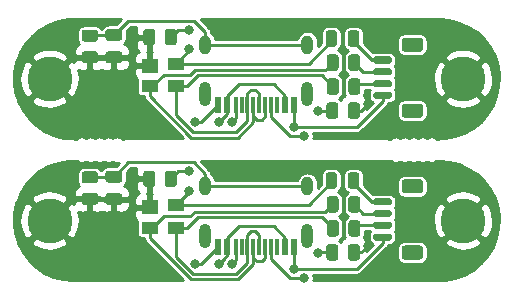
<source format=gbr>
%TF.GenerationSoftware,KiCad,Pcbnew,5.1.10-88a1d61d58~88~ubuntu20.04.1*%
%TF.CreationDate,2021-04-30T20:16:28-07:00*%
%TF.ProjectId,kb-db_panel,6b622d64-625f-4706-916e-656c2e6b6963,rev?*%
%TF.SameCoordinates,Original*%
%TF.FileFunction,Copper,L1,Top*%
%TF.FilePolarity,Positive*%
%FSLAX46Y46*%
G04 Gerber Fmt 4.6, Leading zero omitted, Abs format (unit mm)*
G04 Created by KiCad (PCBNEW 5.1.10-88a1d61d58~88~ubuntu20.04.1) date 2021-04-30 20:16:28*
%MOMM*%
%LPD*%
G01*
G04 APERTURE LIST*
%TA.AperFunction,ComponentPad*%
%ADD10C,3.800000*%
%TD*%
%TA.AperFunction,SMDPad,CuDef*%
%ADD11R,0.600000X1.450000*%
%TD*%
%TA.AperFunction,SMDPad,CuDef*%
%ADD12R,0.300000X1.450000*%
%TD*%
%TA.AperFunction,ComponentPad*%
%ADD13O,1.000000X2.100000*%
%TD*%
%TA.AperFunction,ComponentPad*%
%ADD14O,1.000000X1.600000*%
%TD*%
%TA.AperFunction,SMDPad,CuDef*%
%ADD15R,1.400000X1.000000*%
%TD*%
%TA.AperFunction,SMDPad,CuDef*%
%ADD16R,1.400000X1.200000*%
%TD*%
%TA.AperFunction,ViaPad*%
%ADD17C,0.800000*%
%TD*%
%TA.AperFunction,Conductor*%
%ADD18C,0.250000*%
%TD*%
%TA.AperFunction,Conductor*%
%ADD19C,0.254000*%
%TD*%
%TA.AperFunction,Conductor*%
%ADD20C,0.100000*%
%TD*%
G04 APERTURE END LIST*
%TO.P,R4,2*%
%TO.N,DBUS+*%
%TA.AperFunction,SMDPad,CuDef*%
G36*
G01*
X85983500Y-75684999D02*
X85983500Y-76585001D01*
G75*
G02*
X85733501Y-76835000I-249999J0D01*
G01*
X85208499Y-76835000D01*
G75*
G02*
X84958500Y-76585001I0J249999D01*
G01*
X84958500Y-75684999D01*
G75*
G02*
X85208499Y-75435000I249999J0D01*
G01*
X85733501Y-75435000D01*
G75*
G02*
X85983500Y-75684999I0J-249999D01*
G01*
G37*
%TD.AperFunction*%
%TO.P,R4,1*%
%TO.N,D+*%
%TA.AperFunction,SMDPad,CuDef*%
G36*
G01*
X87808500Y-75684999D02*
X87808500Y-76585001D01*
G75*
G02*
X87558501Y-76835000I-249999J0D01*
G01*
X87033499Y-76835000D01*
G75*
G02*
X86783500Y-76585001I0J249999D01*
G01*
X86783500Y-75684999D01*
G75*
G02*
X87033499Y-75435000I249999J0D01*
G01*
X87558501Y-75435000D01*
G75*
G02*
X87808500Y-75684999I0J-249999D01*
G01*
G37*
%TD.AperFunction*%
%TD*%
D10*
%TO.P,H2,1*%
%TO.N,Earth*%
X61487000Y-75472000D03*
%TD*%
%TO.P,R2,2*%
%TO.N,Net-(R2-Pad2)*%
%TA.AperFunction,SMDPad,CuDef*%
G36*
G01*
X71242500Y-72394001D02*
X71242500Y-71493999D01*
G75*
G02*
X71492499Y-71244000I249999J0D01*
G01*
X72017501Y-71244000D01*
G75*
G02*
X72267500Y-71493999I0J-249999D01*
G01*
X72267500Y-72394001D01*
G75*
G02*
X72017501Y-72644000I-249999J0D01*
G01*
X71492499Y-72644000D01*
G75*
G02*
X71242500Y-72394001I0J249999D01*
G01*
G37*
%TD.AperFunction*%
%TO.P,R2,1*%
%TO.N,Earth*%
%TA.AperFunction,SMDPad,CuDef*%
G36*
G01*
X69417500Y-72394001D02*
X69417500Y-71493999D01*
G75*
G02*
X69667499Y-71244000I249999J0D01*
G01*
X70192501Y-71244000D01*
G75*
G02*
X70442500Y-71493999I0J-249999D01*
G01*
X70442500Y-72394001D01*
G75*
G02*
X70192501Y-72644000I-249999J0D01*
G01*
X69667499Y-72644000D01*
G75*
G02*
X69417500Y-72394001I0J249999D01*
G01*
G37*
%TD.AperFunction*%
%TD*%
%TO.P,R3,2*%
%TO.N,DBUS-*%
%TA.AperFunction,SMDPad,CuDef*%
G36*
G01*
X85960000Y-73652999D02*
X85960000Y-74553001D01*
G75*
G02*
X85710001Y-74803000I-249999J0D01*
G01*
X85184999Y-74803000D01*
G75*
G02*
X84935000Y-74553001I0J249999D01*
G01*
X84935000Y-73652999D01*
G75*
G02*
X85184999Y-73403000I249999J0D01*
G01*
X85710001Y-73403000D01*
G75*
G02*
X85960000Y-73652999I0J-249999D01*
G01*
G37*
%TD.AperFunction*%
%TO.P,R3,1*%
%TO.N,D-*%
%TA.AperFunction,SMDPad,CuDef*%
G36*
G01*
X87785000Y-73652999D02*
X87785000Y-74553001D01*
G75*
G02*
X87535001Y-74803000I-249999J0D01*
G01*
X87009999Y-74803000D01*
G75*
G02*
X86760000Y-74553001I0J249999D01*
G01*
X86760000Y-73652999D01*
G75*
G02*
X87009999Y-73403000I249999J0D01*
G01*
X87535001Y-73403000D01*
G75*
G02*
X87785000Y-73652999I0J-249999D01*
G01*
G37*
%TD.AperFunction*%
%TD*%
D11*
%TO.P,USB1,12*%
%TO.N,GND*%
X75767000Y-77674000D03*
%TO.P,USB1,1*%
X82217000Y-77674000D03*
%TO.P,USB1,11*%
%TO.N,VCC*%
X76542000Y-77674000D03*
%TO.P,USB1,2*%
X81442000Y-77674000D03*
D12*
%TO.P,USB1,3*%
%TO.N,Net-(USB1-Pad3)*%
X80742000Y-77674000D03*
%TO.P,USB1,10*%
%TO.N,Net-(R2-Pad2)*%
X77242000Y-77674000D03*
%TO.P,USB1,4*%
%TO.N,Net-(R1-Pad2)*%
X80242000Y-77674000D03*
%TO.P,USB1,9*%
%TO.N,Net-(USB1-Pad9)*%
X77742000Y-77674000D03*
%TO.P,USB1,5*%
%TO.N,DBUS-*%
X79742000Y-77674000D03*
%TO.P,USB1,8*%
%TO.N,DBUS+*%
X78242000Y-77674000D03*
%TO.P,USB1,7*%
%TO.N,DBUS-*%
X78742000Y-77674000D03*
%TO.P,USB1,6*%
%TO.N,DBUS+*%
X79242000Y-77674000D03*
D13*
%TO.P,USB1,13*%
%TO.N,Net-(C1-Pad1)*%
X83312000Y-76759000D03*
X74672000Y-76759000D03*
D14*
X83312000Y-72579000D03*
X74672000Y-72579000D03*
%TD*%
%TO.P,R5,2*%
%TO.N,Earth*%
%TA.AperFunction,SMDPad,CuDef*%
G36*
G01*
X64446999Y-73129500D02*
X65347001Y-73129500D01*
G75*
G02*
X65597000Y-73379499I0J-249999D01*
G01*
X65597000Y-73904501D01*
G75*
G02*
X65347001Y-74154500I-249999J0D01*
G01*
X64446999Y-74154500D01*
G75*
G02*
X64197000Y-73904501I0J249999D01*
G01*
X64197000Y-73379499D01*
G75*
G02*
X64446999Y-73129500I249999J0D01*
G01*
G37*
%TD.AperFunction*%
%TO.P,R5,1*%
%TO.N,Net-(C1-Pad1)*%
%TA.AperFunction,SMDPad,CuDef*%
G36*
G01*
X64446999Y-71304500D02*
X65347001Y-71304500D01*
G75*
G02*
X65597000Y-71554499I0J-249999D01*
G01*
X65597000Y-72079501D01*
G75*
G02*
X65347001Y-72329500I-249999J0D01*
G01*
X64446999Y-72329500D01*
G75*
G02*
X64197000Y-72079501I0J249999D01*
G01*
X64197000Y-71554499D01*
G75*
G02*
X64446999Y-71304500I249999J0D01*
G01*
G37*
%TD.AperFunction*%
%TD*%
%TO.P,J1,MP*%
%TO.N,N/C*%
%TA.AperFunction,SMDPad,CuDef*%
G36*
G01*
X91551999Y-77579000D02*
X92852001Y-77579000D01*
G75*
G02*
X93102000Y-77828999I0J-249999D01*
G01*
X93102000Y-78529001D01*
G75*
G02*
X92852001Y-78779000I-249999J0D01*
G01*
X91551999Y-78779000D01*
G75*
G02*
X91302000Y-78529001I0J249999D01*
G01*
X91302000Y-77828999D01*
G75*
G02*
X91551999Y-77579000I249999J0D01*
G01*
G37*
%TD.AperFunction*%
%TA.AperFunction,SMDPad,CuDef*%
G36*
G01*
X91551999Y-71979000D02*
X92852001Y-71979000D01*
G75*
G02*
X93102000Y-72228999I0J-249999D01*
G01*
X93102000Y-72929001D01*
G75*
G02*
X92852001Y-73179000I-249999J0D01*
G01*
X91551999Y-73179000D01*
G75*
G02*
X91302000Y-72929001I0J249999D01*
G01*
X91302000Y-72228999D01*
G75*
G02*
X91551999Y-71979000I249999J0D01*
G01*
G37*
%TD.AperFunction*%
%TO.P,J1,4*%
%TO.N,GND*%
%TA.AperFunction,SMDPad,CuDef*%
G36*
G01*
X89052000Y-76579000D02*
X90302000Y-76579000D01*
G75*
G02*
X90452000Y-76729000I0J-150000D01*
G01*
X90452000Y-77029000D01*
G75*
G02*
X90302000Y-77179000I-150000J0D01*
G01*
X89052000Y-77179000D01*
G75*
G02*
X88902000Y-77029000I0J150000D01*
G01*
X88902000Y-76729000D01*
G75*
G02*
X89052000Y-76579000I150000J0D01*
G01*
G37*
%TD.AperFunction*%
%TO.P,J1,3*%
%TO.N,D+*%
%TA.AperFunction,SMDPad,CuDef*%
G36*
G01*
X89052000Y-75579000D02*
X90302000Y-75579000D01*
G75*
G02*
X90452000Y-75729000I0J-150000D01*
G01*
X90452000Y-76029000D01*
G75*
G02*
X90302000Y-76179000I-150000J0D01*
G01*
X89052000Y-76179000D01*
G75*
G02*
X88902000Y-76029000I0J150000D01*
G01*
X88902000Y-75729000D01*
G75*
G02*
X89052000Y-75579000I150000J0D01*
G01*
G37*
%TD.AperFunction*%
%TO.P,J1,2*%
%TO.N,D-*%
%TA.AperFunction,SMDPad,CuDef*%
G36*
G01*
X89052000Y-74579000D02*
X90302000Y-74579000D01*
G75*
G02*
X90452000Y-74729000I0J-150000D01*
G01*
X90452000Y-75029000D01*
G75*
G02*
X90302000Y-75179000I-150000J0D01*
G01*
X89052000Y-75179000D01*
G75*
G02*
X88902000Y-75029000I0J150000D01*
G01*
X88902000Y-74729000D01*
G75*
G02*
X89052000Y-74579000I150000J0D01*
G01*
G37*
%TD.AperFunction*%
%TO.P,J1,1*%
%TO.N,+5V*%
%TA.AperFunction,SMDPad,CuDef*%
G36*
G01*
X89052000Y-73579000D02*
X90302000Y-73579000D01*
G75*
G02*
X90452000Y-73729000I0J-150000D01*
G01*
X90452000Y-74029000D01*
G75*
G02*
X90302000Y-74179000I-150000J0D01*
G01*
X89052000Y-74179000D01*
G75*
G02*
X88902000Y-74029000I0J150000D01*
G01*
X88902000Y-73729000D01*
G75*
G02*
X89052000Y-73579000I150000J0D01*
G01*
G37*
%TD.AperFunction*%
%TD*%
D10*
%TO.P,H1,1*%
%TO.N,Earth*%
X96487000Y-75472000D03*
%TD*%
%TO.P,C1,2*%
%TO.N,Earth*%
%TA.AperFunction,SMDPad,CuDef*%
G36*
G01*
X66454000Y-73156000D02*
X67404000Y-73156000D01*
G75*
G02*
X67654000Y-73406000I0J-250000D01*
G01*
X67654000Y-73906000D01*
G75*
G02*
X67404000Y-74156000I-250000J0D01*
G01*
X66454000Y-74156000D01*
G75*
G02*
X66204000Y-73906000I0J250000D01*
G01*
X66204000Y-73406000D01*
G75*
G02*
X66454000Y-73156000I250000J0D01*
G01*
G37*
%TD.AperFunction*%
%TO.P,C1,1*%
%TO.N,Net-(C1-Pad1)*%
%TA.AperFunction,SMDPad,CuDef*%
G36*
G01*
X66454000Y-71256000D02*
X67404000Y-71256000D01*
G75*
G02*
X67654000Y-71506000I0J-250000D01*
G01*
X67654000Y-72006000D01*
G75*
G02*
X67404000Y-72256000I-250000J0D01*
G01*
X66454000Y-72256000D01*
G75*
G02*
X66204000Y-72006000I0J250000D01*
G01*
X66204000Y-71506000D01*
G75*
G02*
X66454000Y-71256000I250000J0D01*
G01*
G37*
%TD.AperFunction*%
%TD*%
%TO.P,R1,2*%
%TO.N,Net-(R1-Pad2)*%
%TA.AperFunction,SMDPad,CuDef*%
G36*
G01*
X85936500Y-77716999D02*
X85936500Y-78617001D01*
G75*
G02*
X85686501Y-78867000I-249999J0D01*
G01*
X85161499Y-78867000D01*
G75*
G02*
X84911500Y-78617001I0J249999D01*
G01*
X84911500Y-77716999D01*
G75*
G02*
X85161499Y-77467000I249999J0D01*
G01*
X85686501Y-77467000D01*
G75*
G02*
X85936500Y-77716999I0J-249999D01*
G01*
G37*
%TD.AperFunction*%
%TO.P,R1,1*%
%TO.N,Earth*%
%TA.AperFunction,SMDPad,CuDef*%
G36*
G01*
X87761500Y-77716999D02*
X87761500Y-78617001D01*
G75*
G02*
X87511501Y-78867000I-249999J0D01*
G01*
X86986499Y-78867000D01*
G75*
G02*
X86736500Y-78617001I0J249999D01*
G01*
X86736500Y-77716999D01*
G75*
G02*
X86986499Y-77467000I249999J0D01*
G01*
X87511501Y-77467000D01*
G75*
G02*
X87761500Y-77716999I0J-249999D01*
G01*
G37*
%TD.AperFunction*%
%TD*%
D15*
%TO.P,D1,4*%
%TO.N,VCC*%
X72177000Y-74177000D03*
%TO.P,D1,3*%
%TO.N,DBUS+*%
X72177000Y-76077000D03*
%TO.P,D1,2*%
%TO.N,DBUS-*%
X69977000Y-76077000D03*
D16*
%TO.P,D1,1*%
%TO.N,Earth*%
X69977000Y-74357000D03*
%TD*%
%TO.P,F1,2*%
%TO.N,VCC*%
%TA.AperFunction,SMDPad,CuDef*%
G36*
G01*
X85831500Y-71614750D02*
X85831500Y-72527250D01*
G75*
G02*
X85587750Y-72771000I-243750J0D01*
G01*
X85100250Y-72771000D01*
G75*
G02*
X84856500Y-72527250I0J243750D01*
G01*
X84856500Y-71614750D01*
G75*
G02*
X85100250Y-71371000I243750J0D01*
G01*
X85587750Y-71371000D01*
G75*
G02*
X85831500Y-71614750I0J-243750D01*
G01*
G37*
%TD.AperFunction*%
%TO.P,F1,1*%
%TO.N,+5V*%
%TA.AperFunction,SMDPad,CuDef*%
G36*
G01*
X87706500Y-71614750D02*
X87706500Y-72527250D01*
G75*
G02*
X87462750Y-72771000I-243750J0D01*
G01*
X86975250Y-72771000D01*
G75*
G02*
X86731500Y-72527250I0J243750D01*
G01*
X86731500Y-71614750D01*
G75*
G02*
X86975250Y-71371000I243750J0D01*
G01*
X87462750Y-71371000D01*
G75*
G02*
X87706500Y-71614750I0J-243750D01*
G01*
G37*
%TD.AperFunction*%
%TD*%
D10*
%TO.P,H2,1*%
%TO.N,Earth*%
X61487000Y-63472000D03*
%TD*%
%TO.P,H1,1*%
%TO.N,Earth*%
X96487000Y-63472000D03*
%TD*%
%TO.P,J1,MP*%
%TO.N,N/C*%
%TA.AperFunction,SMDPad,CuDef*%
G36*
G01*
X91551999Y-65579000D02*
X92852001Y-65579000D01*
G75*
G02*
X93102000Y-65828999I0J-249999D01*
G01*
X93102000Y-66529001D01*
G75*
G02*
X92852001Y-66779000I-249999J0D01*
G01*
X91551999Y-66779000D01*
G75*
G02*
X91302000Y-66529001I0J249999D01*
G01*
X91302000Y-65828999D01*
G75*
G02*
X91551999Y-65579000I249999J0D01*
G01*
G37*
%TD.AperFunction*%
%TA.AperFunction,SMDPad,CuDef*%
G36*
G01*
X91551999Y-59979000D02*
X92852001Y-59979000D01*
G75*
G02*
X93102000Y-60228999I0J-249999D01*
G01*
X93102000Y-60929001D01*
G75*
G02*
X92852001Y-61179000I-249999J0D01*
G01*
X91551999Y-61179000D01*
G75*
G02*
X91302000Y-60929001I0J249999D01*
G01*
X91302000Y-60228999D01*
G75*
G02*
X91551999Y-59979000I249999J0D01*
G01*
G37*
%TD.AperFunction*%
%TO.P,J1,4*%
%TO.N,GND*%
%TA.AperFunction,SMDPad,CuDef*%
G36*
G01*
X89052000Y-64579000D02*
X90302000Y-64579000D01*
G75*
G02*
X90452000Y-64729000I0J-150000D01*
G01*
X90452000Y-65029000D01*
G75*
G02*
X90302000Y-65179000I-150000J0D01*
G01*
X89052000Y-65179000D01*
G75*
G02*
X88902000Y-65029000I0J150000D01*
G01*
X88902000Y-64729000D01*
G75*
G02*
X89052000Y-64579000I150000J0D01*
G01*
G37*
%TD.AperFunction*%
%TO.P,J1,3*%
%TO.N,D+*%
%TA.AperFunction,SMDPad,CuDef*%
G36*
G01*
X89052000Y-63579000D02*
X90302000Y-63579000D01*
G75*
G02*
X90452000Y-63729000I0J-150000D01*
G01*
X90452000Y-64029000D01*
G75*
G02*
X90302000Y-64179000I-150000J0D01*
G01*
X89052000Y-64179000D01*
G75*
G02*
X88902000Y-64029000I0J150000D01*
G01*
X88902000Y-63729000D01*
G75*
G02*
X89052000Y-63579000I150000J0D01*
G01*
G37*
%TD.AperFunction*%
%TO.P,J1,2*%
%TO.N,D-*%
%TA.AperFunction,SMDPad,CuDef*%
G36*
G01*
X89052000Y-62579000D02*
X90302000Y-62579000D01*
G75*
G02*
X90452000Y-62729000I0J-150000D01*
G01*
X90452000Y-63029000D01*
G75*
G02*
X90302000Y-63179000I-150000J0D01*
G01*
X89052000Y-63179000D01*
G75*
G02*
X88902000Y-63029000I0J150000D01*
G01*
X88902000Y-62729000D01*
G75*
G02*
X89052000Y-62579000I150000J0D01*
G01*
G37*
%TD.AperFunction*%
%TO.P,J1,1*%
%TO.N,+5V*%
%TA.AperFunction,SMDPad,CuDef*%
G36*
G01*
X89052000Y-61579000D02*
X90302000Y-61579000D01*
G75*
G02*
X90452000Y-61729000I0J-150000D01*
G01*
X90452000Y-62029000D01*
G75*
G02*
X90302000Y-62179000I-150000J0D01*
G01*
X89052000Y-62179000D01*
G75*
G02*
X88902000Y-62029000I0J150000D01*
G01*
X88902000Y-61729000D01*
G75*
G02*
X89052000Y-61579000I150000J0D01*
G01*
G37*
%TD.AperFunction*%
%TD*%
%TO.P,C1,2*%
%TO.N,Earth*%
%TA.AperFunction,SMDPad,CuDef*%
G36*
G01*
X66454000Y-61156000D02*
X67404000Y-61156000D01*
G75*
G02*
X67654000Y-61406000I0J-250000D01*
G01*
X67654000Y-61906000D01*
G75*
G02*
X67404000Y-62156000I-250000J0D01*
G01*
X66454000Y-62156000D01*
G75*
G02*
X66204000Y-61906000I0J250000D01*
G01*
X66204000Y-61406000D01*
G75*
G02*
X66454000Y-61156000I250000J0D01*
G01*
G37*
%TD.AperFunction*%
%TO.P,C1,1*%
%TO.N,Net-(C1-Pad1)*%
%TA.AperFunction,SMDPad,CuDef*%
G36*
G01*
X66454000Y-59256000D02*
X67404000Y-59256000D01*
G75*
G02*
X67654000Y-59506000I0J-250000D01*
G01*
X67654000Y-60006000D01*
G75*
G02*
X67404000Y-60256000I-250000J0D01*
G01*
X66454000Y-60256000D01*
G75*
G02*
X66204000Y-60006000I0J250000D01*
G01*
X66204000Y-59506000D01*
G75*
G02*
X66454000Y-59256000I250000J0D01*
G01*
G37*
%TD.AperFunction*%
%TD*%
D11*
%TO.P,USB1,12*%
%TO.N,GND*%
X75767000Y-65674000D03*
%TO.P,USB1,1*%
X82217000Y-65674000D03*
%TO.P,USB1,11*%
%TO.N,VCC*%
X76542000Y-65674000D03*
%TO.P,USB1,2*%
X81442000Y-65674000D03*
D12*
%TO.P,USB1,3*%
%TO.N,Net-(USB1-Pad3)*%
X80742000Y-65674000D03*
%TO.P,USB1,10*%
%TO.N,Net-(R2-Pad2)*%
X77242000Y-65674000D03*
%TO.P,USB1,4*%
%TO.N,Net-(R1-Pad2)*%
X80242000Y-65674000D03*
%TO.P,USB1,9*%
%TO.N,Net-(USB1-Pad9)*%
X77742000Y-65674000D03*
%TO.P,USB1,5*%
%TO.N,DBUS-*%
X79742000Y-65674000D03*
%TO.P,USB1,8*%
%TO.N,DBUS+*%
X78242000Y-65674000D03*
%TO.P,USB1,7*%
%TO.N,DBUS-*%
X78742000Y-65674000D03*
%TO.P,USB1,6*%
%TO.N,DBUS+*%
X79242000Y-65674000D03*
D13*
%TO.P,USB1,13*%
%TO.N,Net-(C1-Pad1)*%
X83312000Y-64759000D03*
X74672000Y-64759000D03*
D14*
X83312000Y-60579000D03*
X74672000Y-60579000D03*
%TD*%
%TO.P,R5,2*%
%TO.N,Earth*%
%TA.AperFunction,SMDPad,CuDef*%
G36*
G01*
X64446999Y-61129500D02*
X65347001Y-61129500D01*
G75*
G02*
X65597000Y-61379499I0J-249999D01*
G01*
X65597000Y-61904501D01*
G75*
G02*
X65347001Y-62154500I-249999J0D01*
G01*
X64446999Y-62154500D01*
G75*
G02*
X64197000Y-61904501I0J249999D01*
G01*
X64197000Y-61379499D01*
G75*
G02*
X64446999Y-61129500I249999J0D01*
G01*
G37*
%TD.AperFunction*%
%TO.P,R5,1*%
%TO.N,Net-(C1-Pad1)*%
%TA.AperFunction,SMDPad,CuDef*%
G36*
G01*
X64446999Y-59304500D02*
X65347001Y-59304500D01*
G75*
G02*
X65597000Y-59554499I0J-249999D01*
G01*
X65597000Y-60079501D01*
G75*
G02*
X65347001Y-60329500I-249999J0D01*
G01*
X64446999Y-60329500D01*
G75*
G02*
X64197000Y-60079501I0J249999D01*
G01*
X64197000Y-59554499D01*
G75*
G02*
X64446999Y-59304500I249999J0D01*
G01*
G37*
%TD.AperFunction*%
%TD*%
%TO.P,R4,2*%
%TO.N,DBUS+*%
%TA.AperFunction,SMDPad,CuDef*%
G36*
G01*
X85983500Y-63684999D02*
X85983500Y-64585001D01*
G75*
G02*
X85733501Y-64835000I-249999J0D01*
G01*
X85208499Y-64835000D01*
G75*
G02*
X84958500Y-64585001I0J249999D01*
G01*
X84958500Y-63684999D01*
G75*
G02*
X85208499Y-63435000I249999J0D01*
G01*
X85733501Y-63435000D01*
G75*
G02*
X85983500Y-63684999I0J-249999D01*
G01*
G37*
%TD.AperFunction*%
%TO.P,R4,1*%
%TO.N,D+*%
%TA.AperFunction,SMDPad,CuDef*%
G36*
G01*
X87808500Y-63684999D02*
X87808500Y-64585001D01*
G75*
G02*
X87558501Y-64835000I-249999J0D01*
G01*
X87033499Y-64835000D01*
G75*
G02*
X86783500Y-64585001I0J249999D01*
G01*
X86783500Y-63684999D01*
G75*
G02*
X87033499Y-63435000I249999J0D01*
G01*
X87558501Y-63435000D01*
G75*
G02*
X87808500Y-63684999I0J-249999D01*
G01*
G37*
%TD.AperFunction*%
%TD*%
%TO.P,R3,2*%
%TO.N,DBUS-*%
%TA.AperFunction,SMDPad,CuDef*%
G36*
G01*
X85960000Y-61652999D02*
X85960000Y-62553001D01*
G75*
G02*
X85710001Y-62803000I-249999J0D01*
G01*
X85184999Y-62803000D01*
G75*
G02*
X84935000Y-62553001I0J249999D01*
G01*
X84935000Y-61652999D01*
G75*
G02*
X85184999Y-61403000I249999J0D01*
G01*
X85710001Y-61403000D01*
G75*
G02*
X85960000Y-61652999I0J-249999D01*
G01*
G37*
%TD.AperFunction*%
%TO.P,R3,1*%
%TO.N,D-*%
%TA.AperFunction,SMDPad,CuDef*%
G36*
G01*
X87785000Y-61652999D02*
X87785000Y-62553001D01*
G75*
G02*
X87535001Y-62803000I-249999J0D01*
G01*
X87009999Y-62803000D01*
G75*
G02*
X86760000Y-62553001I0J249999D01*
G01*
X86760000Y-61652999D01*
G75*
G02*
X87009999Y-61403000I249999J0D01*
G01*
X87535001Y-61403000D01*
G75*
G02*
X87785000Y-61652999I0J-249999D01*
G01*
G37*
%TD.AperFunction*%
%TD*%
%TO.P,R2,2*%
%TO.N,Net-(R2-Pad2)*%
%TA.AperFunction,SMDPad,CuDef*%
G36*
G01*
X71242500Y-60394001D02*
X71242500Y-59493999D01*
G75*
G02*
X71492499Y-59244000I249999J0D01*
G01*
X72017501Y-59244000D01*
G75*
G02*
X72267500Y-59493999I0J-249999D01*
G01*
X72267500Y-60394001D01*
G75*
G02*
X72017501Y-60644000I-249999J0D01*
G01*
X71492499Y-60644000D01*
G75*
G02*
X71242500Y-60394001I0J249999D01*
G01*
G37*
%TD.AperFunction*%
%TO.P,R2,1*%
%TO.N,Earth*%
%TA.AperFunction,SMDPad,CuDef*%
G36*
G01*
X69417500Y-60394001D02*
X69417500Y-59493999D01*
G75*
G02*
X69667499Y-59244000I249999J0D01*
G01*
X70192501Y-59244000D01*
G75*
G02*
X70442500Y-59493999I0J-249999D01*
G01*
X70442500Y-60394001D01*
G75*
G02*
X70192501Y-60644000I-249999J0D01*
G01*
X69667499Y-60644000D01*
G75*
G02*
X69417500Y-60394001I0J249999D01*
G01*
G37*
%TD.AperFunction*%
%TD*%
%TO.P,R1,2*%
%TO.N,Net-(R1-Pad2)*%
%TA.AperFunction,SMDPad,CuDef*%
G36*
G01*
X85936500Y-65716999D02*
X85936500Y-66617001D01*
G75*
G02*
X85686501Y-66867000I-249999J0D01*
G01*
X85161499Y-66867000D01*
G75*
G02*
X84911500Y-66617001I0J249999D01*
G01*
X84911500Y-65716999D01*
G75*
G02*
X85161499Y-65467000I249999J0D01*
G01*
X85686501Y-65467000D01*
G75*
G02*
X85936500Y-65716999I0J-249999D01*
G01*
G37*
%TD.AperFunction*%
%TO.P,R1,1*%
%TO.N,Earth*%
%TA.AperFunction,SMDPad,CuDef*%
G36*
G01*
X87761500Y-65716999D02*
X87761500Y-66617001D01*
G75*
G02*
X87511501Y-66867000I-249999J0D01*
G01*
X86986499Y-66867000D01*
G75*
G02*
X86736500Y-66617001I0J249999D01*
G01*
X86736500Y-65716999D01*
G75*
G02*
X86986499Y-65467000I249999J0D01*
G01*
X87511501Y-65467000D01*
G75*
G02*
X87761500Y-65716999I0J-249999D01*
G01*
G37*
%TD.AperFunction*%
%TD*%
%TO.P,F1,2*%
%TO.N,VCC*%
%TA.AperFunction,SMDPad,CuDef*%
G36*
G01*
X85831500Y-59614750D02*
X85831500Y-60527250D01*
G75*
G02*
X85587750Y-60771000I-243750J0D01*
G01*
X85100250Y-60771000D01*
G75*
G02*
X84856500Y-60527250I0J243750D01*
G01*
X84856500Y-59614750D01*
G75*
G02*
X85100250Y-59371000I243750J0D01*
G01*
X85587750Y-59371000D01*
G75*
G02*
X85831500Y-59614750I0J-243750D01*
G01*
G37*
%TD.AperFunction*%
%TO.P,F1,1*%
%TO.N,+5V*%
%TA.AperFunction,SMDPad,CuDef*%
G36*
G01*
X87706500Y-59614750D02*
X87706500Y-60527250D01*
G75*
G02*
X87462750Y-60771000I-243750J0D01*
G01*
X86975250Y-60771000D01*
G75*
G02*
X86731500Y-60527250I0J243750D01*
G01*
X86731500Y-59614750D01*
G75*
G02*
X86975250Y-59371000I243750J0D01*
G01*
X87462750Y-59371000D01*
G75*
G02*
X87706500Y-59614750I0J-243750D01*
G01*
G37*
%TD.AperFunction*%
%TD*%
D15*
%TO.P,D1,4*%
%TO.N,VCC*%
X72177000Y-62177000D03*
%TO.P,D1,3*%
%TO.N,DBUS+*%
X72177000Y-64077000D03*
%TO.P,D1,2*%
%TO.N,DBUS-*%
X69977000Y-64077000D03*
D16*
%TO.P,D1,1*%
%TO.N,Earth*%
X69977000Y-62357000D03*
%TD*%
D17*
%TO.N,Earth*%
X68446000Y-65592000D03*
X88429000Y-65612347D03*
X68446000Y-77592000D03*
X88429000Y-77612347D03*
%TO.N,VCC*%
X73279000Y-60960000D03*
X75853014Y-67116004D03*
X73279000Y-72960000D03*
X75853014Y-79116004D03*
%TO.N,GND*%
X82169000Y-67564000D03*
X73785365Y-67110635D03*
X82169000Y-79564000D03*
X73785365Y-79110635D03*
%TO.N,Net-(R1-Pad2)*%
X83058000Y-68326000D03*
X84194000Y-66227000D03*
X84194000Y-78227000D03*
X83058000Y-80326000D03*
%TO.N,Net-(R2-Pad2)*%
X76955000Y-67116002D03*
X73279000Y-59309000D03*
X73279000Y-71309000D03*
X76955000Y-79116002D03*
%TD*%
D18*
%TO.N,Earth*%
X87874347Y-66167000D02*
X88429000Y-65612347D01*
X87874347Y-66167000D02*
X87249000Y-66167000D01*
X87874347Y-78167000D02*
X87249000Y-78167000D01*
X87874347Y-78167000D02*
X88429000Y-77612347D01*
%TO.N,Net-(C1-Pad1)*%
X83312000Y-60579000D02*
X74672000Y-60579000D01*
X64958000Y-59756000D02*
X64897000Y-59817000D01*
X66929000Y-59756000D02*
X64958000Y-59756000D01*
X74672000Y-60579000D02*
X74672000Y-59529000D01*
X74672000Y-59529000D02*
X73690000Y-58547000D01*
X73690000Y-58547000D02*
X68138000Y-58547000D01*
X68138000Y-58547000D02*
X66929000Y-59756000D01*
X73690000Y-70547000D02*
X68138000Y-70547000D01*
X68138000Y-70547000D02*
X66929000Y-71756000D01*
X83312000Y-72579000D02*
X74672000Y-72579000D01*
X66929000Y-71756000D02*
X64958000Y-71756000D01*
X64958000Y-71756000D02*
X64897000Y-71817000D01*
X74672000Y-72579000D02*
X74672000Y-71529000D01*
X74672000Y-71529000D02*
X73690000Y-70547000D01*
%TO.N,VCC*%
X81442000Y-64913998D02*
X81442000Y-65674000D01*
X80466992Y-63938990D02*
X81442000Y-64913998D01*
X77517008Y-63938990D02*
X80466992Y-63938990D01*
X76542000Y-64913998D02*
X77517008Y-63938990D01*
X76542000Y-65674000D02*
X76542000Y-64913998D01*
X73279000Y-61075000D02*
X72177000Y-62177000D01*
X73279000Y-60960000D02*
X73279000Y-61075000D01*
X85344000Y-60251000D02*
X85344000Y-60071000D01*
X83418000Y-62177000D02*
X85344000Y-60251000D01*
X72177000Y-62177000D02*
X83418000Y-62177000D01*
X76542000Y-66427018D02*
X76253013Y-66716005D01*
X76253013Y-66716005D02*
X75853014Y-67116004D01*
X76542000Y-65674000D02*
X76542000Y-66427018D01*
X76253013Y-78716005D02*
X75853014Y-79116004D01*
X80466992Y-75938990D02*
X81442000Y-76913998D01*
X76542000Y-76913998D02*
X77517008Y-75938990D01*
X76542000Y-77674000D02*
X76542000Y-78427018D01*
X76542000Y-77674000D02*
X76542000Y-76913998D01*
X76542000Y-78427018D02*
X76253013Y-78716005D01*
X85344000Y-72251000D02*
X85344000Y-72071000D01*
X72177000Y-74177000D02*
X83418000Y-74177000D01*
X73279000Y-73075000D02*
X72177000Y-74177000D01*
X73279000Y-72960000D02*
X73279000Y-73075000D01*
X83418000Y-74177000D02*
X85344000Y-72251000D01*
X81442000Y-76913998D02*
X81442000Y-77674000D01*
X77517008Y-75938990D02*
X80466992Y-75938990D01*
%TO.N,DBUS+*%
X78242000Y-64713998D02*
X78566998Y-64389000D01*
X78242000Y-65674000D02*
X78242000Y-64713998D01*
X79242000Y-64713998D02*
X79242000Y-65674000D01*
X78917002Y-64389000D02*
X79242000Y-64713998D01*
X78566998Y-64389000D02*
X78917002Y-64389000D01*
X72177000Y-64077000D02*
X73127000Y-64077000D01*
X73127000Y-64077000D02*
X74015989Y-63188011D01*
X84524011Y-63188011D02*
X85471000Y-64135000D01*
X74015989Y-63188011D02*
X84524011Y-63188011D01*
X78242000Y-65674000D02*
X78242000Y-67029004D01*
X78242000Y-67029004D02*
X77266004Y-68005000D01*
X72177000Y-66527590D02*
X72177000Y-64077000D01*
X73654410Y-68005000D02*
X72177000Y-66527590D01*
X77266004Y-68005000D02*
X73654410Y-68005000D01*
X77266004Y-80005000D02*
X73654410Y-80005000D01*
X78242000Y-76713998D02*
X78566998Y-76389000D01*
X72177000Y-78527590D02*
X72177000Y-76077000D01*
X73127000Y-76077000D02*
X74015989Y-75188011D01*
X84524011Y-75188011D02*
X85471000Y-76135000D01*
X78917002Y-76389000D02*
X79242000Y-76713998D01*
X78242000Y-79029004D02*
X77266004Y-80005000D01*
X79242000Y-76713998D02*
X79242000Y-77674000D01*
X78242000Y-77674000D02*
X78242000Y-76713998D01*
X72177000Y-76077000D02*
X73127000Y-76077000D01*
X74015989Y-75188011D02*
X84524011Y-75188011D01*
X78242000Y-77674000D02*
X78242000Y-79029004D01*
X78566998Y-76389000D02*
X78917002Y-76389000D01*
X73654410Y-80005000D02*
X72177000Y-78527590D01*
%TO.N,DBUS-*%
X78742000Y-66634002D02*
X79036998Y-66929000D01*
X78742000Y-65674000D02*
X78742000Y-66634002D01*
X79742000Y-66634002D02*
X79742000Y-65674000D01*
X79447002Y-66929000D02*
X79742000Y-66634002D01*
X79036998Y-66929000D02*
X79447002Y-66929000D01*
X73406000Y-63119000D02*
X71135000Y-63119000D01*
X70177000Y-64077000D02*
X69977000Y-64077000D01*
X73787000Y-62738000D02*
X73406000Y-63119000D01*
X71135000Y-63119000D02*
X70177000Y-64077000D01*
X84812500Y-62738000D02*
X85447500Y-62103000D01*
X73787000Y-62738000D02*
X84812500Y-62738000D01*
X69977000Y-64964000D02*
X69977000Y-64077000D01*
X77452404Y-68455011D02*
X73468011Y-68455011D01*
X78742000Y-67165415D02*
X77452404Y-68455011D01*
X73468011Y-68455011D02*
X69977000Y-64964000D01*
X78742000Y-66634002D02*
X78742000Y-67165415D01*
X73406000Y-75119000D02*
X71135000Y-75119000D01*
X73787000Y-74738000D02*
X84812500Y-74738000D01*
X78742000Y-78634002D02*
X78742000Y-79165415D01*
X78742000Y-79165415D02*
X77452404Y-80455011D01*
X79742000Y-78634002D02*
X79742000Y-77674000D01*
X73787000Y-74738000D02*
X73406000Y-75119000D01*
X78742000Y-78634002D02*
X79036998Y-78929000D01*
X71135000Y-75119000D02*
X70177000Y-76077000D01*
X84812500Y-74738000D02*
X85447500Y-74103000D01*
X79036998Y-78929000D02*
X79447002Y-78929000D01*
X77452404Y-80455011D02*
X73468011Y-80455011D01*
X79447002Y-78929000D02*
X79742000Y-78634002D01*
X78742000Y-77674000D02*
X78742000Y-78634002D01*
X73468011Y-80455011D02*
X69977000Y-76964000D01*
X69977000Y-76964000D02*
X69977000Y-76077000D01*
X70177000Y-76077000D02*
X69977000Y-76077000D01*
%TO.N,+5V*%
X87219000Y-60295000D02*
X87219000Y-60071000D01*
X88803000Y-61879000D02*
X87219000Y-60295000D01*
X89677000Y-61879000D02*
X88803000Y-61879000D01*
X89677000Y-73879000D02*
X88803000Y-73879000D01*
X87219000Y-72295000D02*
X87219000Y-72071000D01*
X88803000Y-73879000D02*
X87219000Y-72295000D01*
%TO.N,GND*%
X82169000Y-65722000D02*
X82217000Y-65674000D01*
X87503000Y-67564000D02*
X89677000Y-65390000D01*
X89677000Y-65390000D02*
X89677000Y-64879000D01*
X82169000Y-67564000D02*
X82169000Y-65722000D01*
X82169000Y-67564000D02*
X87503000Y-67564000D01*
X74330365Y-67110635D02*
X73785365Y-67110635D01*
X75767000Y-65674000D02*
X74330365Y-67110635D01*
X87503000Y-79564000D02*
X89677000Y-77390000D01*
X74330365Y-79110635D02*
X73785365Y-79110635D01*
X89677000Y-77390000D02*
X89677000Y-76879000D01*
X82169000Y-79564000D02*
X82169000Y-77722000D01*
X82169000Y-77722000D02*
X82217000Y-77674000D01*
X82169000Y-79564000D02*
X87503000Y-79564000D01*
X75767000Y-77674000D02*
X74330365Y-79110635D01*
%TO.N,D+*%
X89675000Y-63881000D02*
X89677000Y-63879000D01*
X87550000Y-63881000D02*
X89675000Y-63881000D01*
X87296000Y-64135000D02*
X87550000Y-63881000D01*
X87296000Y-76135000D02*
X87550000Y-75881000D01*
X87550000Y-75881000D02*
X89675000Y-75881000D01*
X89675000Y-75881000D02*
X89677000Y-75879000D01*
%TO.N,D-*%
X88048500Y-62879000D02*
X87272500Y-62103000D01*
X89677000Y-62879000D02*
X88048500Y-62879000D01*
X89677000Y-74879000D02*
X88048500Y-74879000D01*
X88048500Y-74879000D02*
X87272500Y-74103000D01*
%TO.N,Net-(R1-Pad2)*%
X80242000Y-66710002D02*
X81857998Y-68326000D01*
X80242000Y-65674000D02*
X80242000Y-66710002D01*
X81857998Y-68326000D02*
X83058000Y-68326000D01*
X84254000Y-66167000D02*
X84194000Y-66227000D01*
X85424000Y-66167000D02*
X84254000Y-66167000D01*
X80242000Y-77674000D02*
X80242000Y-78710002D01*
X80242000Y-78710002D02*
X81857998Y-80326000D01*
X81857998Y-80326000D02*
X83058000Y-80326000D01*
X84254000Y-78167000D02*
X84194000Y-78227000D01*
X85424000Y-78167000D02*
X84254000Y-78167000D01*
%TO.N,Net-(R2-Pad2)*%
X77242000Y-66829002D02*
X76955000Y-67116002D01*
X77242000Y-65674000D02*
X77242000Y-66829002D01*
X72390000Y-59309000D02*
X71755000Y-59944000D01*
X73279000Y-59309000D02*
X72390000Y-59309000D01*
X72390000Y-71309000D02*
X71755000Y-71944000D01*
X73279000Y-71309000D02*
X72390000Y-71309000D01*
X77242000Y-77674000D02*
X77242000Y-78829002D01*
X77242000Y-78829002D02*
X76955000Y-79116002D01*
%TD*%
D19*
%TO.N,Earth*%
X95336581Y-58501726D02*
X96161880Y-58715931D01*
X96939275Y-59066123D01*
X97646563Y-59542296D01*
X98263505Y-60130830D01*
X98772464Y-60814895D01*
X99158893Y-61574945D01*
X99411735Y-62389227D01*
X99523763Y-63234474D01*
X99491777Y-64086509D01*
X99316687Y-64920978D01*
X99003503Y-65714010D01*
X98561175Y-66442942D01*
X98002360Y-67086921D01*
X97343022Y-67627544D01*
X96602030Y-68049341D01*
X95800559Y-68340261D01*
X94953066Y-68493514D01*
X94465520Y-68516506D01*
X94452549Y-68518225D01*
X94435524Y-68518225D01*
X94429191Y-68518891D01*
X94332216Y-68529768D01*
X94291799Y-68538358D01*
X94274210Y-68541841D01*
X94214239Y-68481870D01*
X94110891Y-68412815D01*
X93996056Y-68365249D01*
X93874148Y-68341000D01*
X93749852Y-68341000D01*
X93627944Y-68365249D01*
X93513109Y-68412815D01*
X93437000Y-68463669D01*
X93360891Y-68412815D01*
X93246056Y-68365249D01*
X93124148Y-68341000D01*
X92999852Y-68341000D01*
X92877944Y-68365249D01*
X92763109Y-68412815D01*
X92687000Y-68463669D01*
X92610891Y-68412815D01*
X92496056Y-68365249D01*
X92374148Y-68341000D01*
X92249852Y-68341000D01*
X92127944Y-68365249D01*
X92013109Y-68412815D01*
X91937000Y-68463669D01*
X91860891Y-68412815D01*
X91746056Y-68365249D01*
X91624148Y-68341000D01*
X91499852Y-68341000D01*
X91377944Y-68365249D01*
X91263109Y-68412815D01*
X91187000Y-68463669D01*
X91110891Y-68412815D01*
X90996056Y-68365249D01*
X90874148Y-68341000D01*
X90749852Y-68341000D01*
X90627944Y-68365249D01*
X90513109Y-68412815D01*
X90409761Y-68481870D01*
X90345317Y-68546314D01*
X90340917Y-68544985D01*
X90300378Y-68536958D01*
X90259946Y-68528363D01*
X90253622Y-68527699D01*
X90253617Y-68527698D01*
X90253613Y-68527698D01*
X90156496Y-68518176D01*
X90156493Y-68518176D01*
X90134399Y-68516000D01*
X83816508Y-68516000D01*
X83839000Y-68402922D01*
X83839000Y-68249078D01*
X83808987Y-68098191D01*
X83797310Y-68070000D01*
X87478154Y-68070000D01*
X87503000Y-68072447D01*
X87527846Y-68070000D01*
X87527854Y-68070000D01*
X87602193Y-68062678D01*
X87697575Y-68033745D01*
X87785479Y-67986759D01*
X87862527Y-67923527D01*
X87878376Y-67904215D01*
X89953592Y-65828999D01*
X90919157Y-65828999D01*
X90919157Y-66529001D01*
X90931317Y-66652462D01*
X90967329Y-66771179D01*
X91025810Y-66880589D01*
X91104512Y-66976488D01*
X91200411Y-67055190D01*
X91309821Y-67113671D01*
X91428538Y-67149683D01*
X91551999Y-67161843D01*
X92852001Y-67161843D01*
X92975462Y-67149683D01*
X93094179Y-67113671D01*
X93203589Y-67055190D01*
X93299488Y-66976488D01*
X93378190Y-66880589D01*
X93436671Y-66771179D01*
X93472683Y-66652462D01*
X93484843Y-66529001D01*
X93484843Y-65828999D01*
X93472683Y-65705538D01*
X93436671Y-65586821D01*
X93378190Y-65477411D01*
X93299488Y-65381512D01*
X93203589Y-65302810D01*
X93101700Y-65248349D01*
X94890256Y-65248349D01*
X95094362Y-65604867D01*
X95537223Y-65835575D01*
X96016583Y-65975452D01*
X96514021Y-66019123D01*
X97010422Y-65964909D01*
X97486707Y-65814894D01*
X97879638Y-65604867D01*
X98083744Y-65248349D01*
X96487000Y-63651605D01*
X94890256Y-65248349D01*
X93101700Y-65248349D01*
X93094179Y-65244329D01*
X92975462Y-65208317D01*
X92852001Y-65196157D01*
X91551999Y-65196157D01*
X91428538Y-65208317D01*
X91309821Y-65244329D01*
X91200411Y-65302810D01*
X91104512Y-65381512D01*
X91025810Y-65477411D01*
X90967329Y-65586821D01*
X90931317Y-65705538D01*
X90919157Y-65828999D01*
X89953592Y-65828999D01*
X90017220Y-65765372D01*
X90036527Y-65749527D01*
X90099759Y-65672479D01*
X90146745Y-65584575D01*
X90153640Y-65561843D01*
X90302000Y-65561843D01*
X90405953Y-65551605D01*
X90505910Y-65521283D01*
X90598032Y-65472043D01*
X90678777Y-65405777D01*
X90745043Y-65325032D01*
X90794283Y-65232910D01*
X90824605Y-65132953D01*
X90834843Y-65029000D01*
X90834843Y-64729000D01*
X90824605Y-64625047D01*
X90794283Y-64525090D01*
X90745043Y-64432968D01*
X90700752Y-64379000D01*
X90745043Y-64325032D01*
X90794283Y-64232910D01*
X90824605Y-64132953D01*
X90834843Y-64029000D01*
X90834843Y-63729000D01*
X90824605Y-63625047D01*
X90794283Y-63525090D01*
X90780349Y-63499021D01*
X93939877Y-63499021D01*
X93994091Y-63995422D01*
X94144106Y-64471707D01*
X94354133Y-64864638D01*
X94710651Y-65068744D01*
X96307395Y-63472000D01*
X96666605Y-63472000D01*
X98263349Y-65068744D01*
X98619867Y-64864638D01*
X98850575Y-64421777D01*
X98990452Y-63942417D01*
X99034123Y-63444979D01*
X98979909Y-62948578D01*
X98829894Y-62472293D01*
X98619867Y-62079362D01*
X98263349Y-61875256D01*
X96666605Y-63472000D01*
X96307395Y-63472000D01*
X94710651Y-61875256D01*
X94354133Y-62079362D01*
X94123425Y-62522223D01*
X93983548Y-63001583D01*
X93939877Y-63499021D01*
X90780349Y-63499021D01*
X90745043Y-63432968D01*
X90700752Y-63379000D01*
X90745043Y-63325032D01*
X90794283Y-63232910D01*
X90824605Y-63132953D01*
X90834843Y-63029000D01*
X90834843Y-62729000D01*
X90824605Y-62625047D01*
X90794283Y-62525090D01*
X90745043Y-62432968D01*
X90700752Y-62379000D01*
X90745043Y-62325032D01*
X90794283Y-62232910D01*
X90824605Y-62132953D01*
X90834843Y-62029000D01*
X90834843Y-61729000D01*
X90831559Y-61695651D01*
X94890256Y-61695651D01*
X96487000Y-63292395D01*
X98083744Y-61695651D01*
X97879638Y-61339133D01*
X97436777Y-61108425D01*
X96957417Y-60968548D01*
X96459979Y-60924877D01*
X95963578Y-60979091D01*
X95487293Y-61129106D01*
X95094362Y-61339133D01*
X94890256Y-61695651D01*
X90831559Y-61695651D01*
X90824605Y-61625047D01*
X90794283Y-61525090D01*
X90745043Y-61432968D01*
X90678777Y-61352223D01*
X90598032Y-61285957D01*
X90505910Y-61236717D01*
X90405953Y-61206395D01*
X90302000Y-61196157D01*
X89052000Y-61196157D01*
X88948047Y-61206395D01*
X88869741Y-61230149D01*
X88089343Y-60449752D01*
X88089343Y-60228999D01*
X90919157Y-60228999D01*
X90919157Y-60929001D01*
X90931317Y-61052462D01*
X90967329Y-61171179D01*
X91025810Y-61280589D01*
X91104512Y-61376488D01*
X91200411Y-61455190D01*
X91309821Y-61513671D01*
X91428538Y-61549683D01*
X91551999Y-61561843D01*
X92852001Y-61561843D01*
X92975462Y-61549683D01*
X93094179Y-61513671D01*
X93203589Y-61455190D01*
X93299488Y-61376488D01*
X93378190Y-61280589D01*
X93436671Y-61171179D01*
X93472683Y-61052462D01*
X93484843Y-60929001D01*
X93484843Y-60228999D01*
X93472683Y-60105538D01*
X93436671Y-59986821D01*
X93378190Y-59877411D01*
X93299488Y-59781512D01*
X93203589Y-59702810D01*
X93094179Y-59644329D01*
X92975462Y-59608317D01*
X92852001Y-59596157D01*
X91551999Y-59596157D01*
X91428538Y-59608317D01*
X91309821Y-59644329D01*
X91200411Y-59702810D01*
X91104512Y-59781512D01*
X91025810Y-59877411D01*
X90967329Y-59986821D01*
X90931317Y-60105538D01*
X90919157Y-60228999D01*
X88089343Y-60228999D01*
X88089343Y-59614750D01*
X88077303Y-59492508D01*
X88041646Y-59374963D01*
X87983743Y-59266634D01*
X87905818Y-59171682D01*
X87810866Y-59093757D01*
X87702537Y-59035854D01*
X87584992Y-59000197D01*
X87462750Y-58988157D01*
X86975250Y-58988157D01*
X86853008Y-59000197D01*
X86735463Y-59035854D01*
X86627134Y-59093757D01*
X86532182Y-59171682D01*
X86454257Y-59266634D01*
X86396354Y-59374963D01*
X86360697Y-59492508D01*
X86348657Y-59614750D01*
X86348657Y-60527250D01*
X86360697Y-60649492D01*
X86396354Y-60767037D01*
X86454257Y-60875366D01*
X86532182Y-60970318D01*
X86627134Y-61048243D01*
X86716267Y-61095885D01*
X86658411Y-61126810D01*
X86562512Y-61205512D01*
X86483810Y-61301411D01*
X86425329Y-61410821D01*
X86389317Y-61529538D01*
X86377157Y-61652999D01*
X86377157Y-62553001D01*
X86389317Y-62676462D01*
X86425329Y-62795179D01*
X86483810Y-62904589D01*
X86562512Y-63000488D01*
X86658411Y-63079190D01*
X86744640Y-63125281D01*
X86681911Y-63158810D01*
X86586012Y-63237512D01*
X86507310Y-63333411D01*
X86448829Y-63442821D01*
X86412817Y-63561538D01*
X86400657Y-63684999D01*
X86400657Y-64585001D01*
X86412817Y-64708462D01*
X86448829Y-64827179D01*
X86479413Y-64884397D01*
X86382006Y-64936463D01*
X86285315Y-65015815D01*
X86205963Y-65112506D01*
X86146998Y-65222820D01*
X86133064Y-65268754D01*
X86038089Y-65190810D01*
X85987110Y-65163561D01*
X86085089Y-65111190D01*
X86180988Y-65032488D01*
X86259690Y-64936589D01*
X86318171Y-64827179D01*
X86354183Y-64708462D01*
X86366343Y-64585001D01*
X86366343Y-63684999D01*
X86354183Y-63561538D01*
X86318171Y-63442821D01*
X86259690Y-63333411D01*
X86180988Y-63237512D01*
X86085089Y-63158810D01*
X85998860Y-63112719D01*
X86061589Y-63079190D01*
X86157488Y-63000488D01*
X86236190Y-62904589D01*
X86294671Y-62795179D01*
X86330683Y-62676462D01*
X86342843Y-62553001D01*
X86342843Y-61652999D01*
X86330683Y-61529538D01*
X86294671Y-61410821D01*
X86236190Y-61301411D01*
X86157488Y-61205512D01*
X86061589Y-61126810D01*
X85952179Y-61068329D01*
X85917799Y-61057900D01*
X85935866Y-61048243D01*
X86030818Y-60970318D01*
X86108743Y-60875366D01*
X86166646Y-60767037D01*
X86202303Y-60649492D01*
X86214343Y-60527250D01*
X86214343Y-59614750D01*
X86202303Y-59492508D01*
X86166646Y-59374963D01*
X86108743Y-59266634D01*
X86030818Y-59171682D01*
X85935866Y-59093757D01*
X85827537Y-59035854D01*
X85709992Y-59000197D01*
X85587750Y-58988157D01*
X85100250Y-58988157D01*
X84978008Y-59000197D01*
X84860463Y-59035854D01*
X84752134Y-59093757D01*
X84657182Y-59171682D01*
X84579257Y-59266634D01*
X84521354Y-59374963D01*
X84485697Y-59492508D01*
X84473657Y-59614750D01*
X84473657Y-60405751D01*
X84193000Y-60686408D01*
X84193000Y-60235727D01*
X84180252Y-60106294D01*
X84129875Y-59940225D01*
X84048068Y-59787175D01*
X83937975Y-59653025D01*
X83803825Y-59542932D01*
X83650775Y-59461125D01*
X83484706Y-59410748D01*
X83312000Y-59393738D01*
X83139295Y-59410748D01*
X82973226Y-59461125D01*
X82820176Y-59542932D01*
X82686026Y-59653025D01*
X82575933Y-59787175D01*
X82494125Y-59940225D01*
X82453848Y-60073000D01*
X75530152Y-60073000D01*
X75489875Y-59940225D01*
X75408068Y-59787175D01*
X75297975Y-59653025D01*
X75178000Y-59554565D01*
X75178000Y-59553854D01*
X75180448Y-59529000D01*
X75170678Y-59429807D01*
X75141745Y-59334425D01*
X75128155Y-59309000D01*
X75094759Y-59246521D01*
X75031527Y-59169473D01*
X75012220Y-59153628D01*
X74286591Y-58428000D01*
X94467691Y-58428000D01*
X95336581Y-58501726D01*
%TA.AperFunction,Conductor*%
D20*
G36*
X95336581Y-58501726D02*
G01*
X96161880Y-58715931D01*
X96939275Y-59066123D01*
X97646563Y-59542296D01*
X98263505Y-60130830D01*
X98772464Y-60814895D01*
X99158893Y-61574945D01*
X99411735Y-62389227D01*
X99523763Y-63234474D01*
X99491777Y-64086509D01*
X99316687Y-64920978D01*
X99003503Y-65714010D01*
X98561175Y-66442942D01*
X98002360Y-67086921D01*
X97343022Y-67627544D01*
X96602030Y-68049341D01*
X95800559Y-68340261D01*
X94953066Y-68493514D01*
X94465520Y-68516506D01*
X94452549Y-68518225D01*
X94435524Y-68518225D01*
X94429191Y-68518891D01*
X94332216Y-68529768D01*
X94291799Y-68538358D01*
X94274210Y-68541841D01*
X94214239Y-68481870D01*
X94110891Y-68412815D01*
X93996056Y-68365249D01*
X93874148Y-68341000D01*
X93749852Y-68341000D01*
X93627944Y-68365249D01*
X93513109Y-68412815D01*
X93437000Y-68463669D01*
X93360891Y-68412815D01*
X93246056Y-68365249D01*
X93124148Y-68341000D01*
X92999852Y-68341000D01*
X92877944Y-68365249D01*
X92763109Y-68412815D01*
X92687000Y-68463669D01*
X92610891Y-68412815D01*
X92496056Y-68365249D01*
X92374148Y-68341000D01*
X92249852Y-68341000D01*
X92127944Y-68365249D01*
X92013109Y-68412815D01*
X91937000Y-68463669D01*
X91860891Y-68412815D01*
X91746056Y-68365249D01*
X91624148Y-68341000D01*
X91499852Y-68341000D01*
X91377944Y-68365249D01*
X91263109Y-68412815D01*
X91187000Y-68463669D01*
X91110891Y-68412815D01*
X90996056Y-68365249D01*
X90874148Y-68341000D01*
X90749852Y-68341000D01*
X90627944Y-68365249D01*
X90513109Y-68412815D01*
X90409761Y-68481870D01*
X90345317Y-68546314D01*
X90340917Y-68544985D01*
X90300378Y-68536958D01*
X90259946Y-68528363D01*
X90253622Y-68527699D01*
X90253617Y-68527698D01*
X90253613Y-68527698D01*
X90156496Y-68518176D01*
X90156493Y-68518176D01*
X90134399Y-68516000D01*
X83816508Y-68516000D01*
X83839000Y-68402922D01*
X83839000Y-68249078D01*
X83808987Y-68098191D01*
X83797310Y-68070000D01*
X87478154Y-68070000D01*
X87503000Y-68072447D01*
X87527846Y-68070000D01*
X87527854Y-68070000D01*
X87602193Y-68062678D01*
X87697575Y-68033745D01*
X87785479Y-67986759D01*
X87862527Y-67923527D01*
X87878376Y-67904215D01*
X89953592Y-65828999D01*
X90919157Y-65828999D01*
X90919157Y-66529001D01*
X90931317Y-66652462D01*
X90967329Y-66771179D01*
X91025810Y-66880589D01*
X91104512Y-66976488D01*
X91200411Y-67055190D01*
X91309821Y-67113671D01*
X91428538Y-67149683D01*
X91551999Y-67161843D01*
X92852001Y-67161843D01*
X92975462Y-67149683D01*
X93094179Y-67113671D01*
X93203589Y-67055190D01*
X93299488Y-66976488D01*
X93378190Y-66880589D01*
X93436671Y-66771179D01*
X93472683Y-66652462D01*
X93484843Y-66529001D01*
X93484843Y-65828999D01*
X93472683Y-65705538D01*
X93436671Y-65586821D01*
X93378190Y-65477411D01*
X93299488Y-65381512D01*
X93203589Y-65302810D01*
X93101700Y-65248349D01*
X94890256Y-65248349D01*
X95094362Y-65604867D01*
X95537223Y-65835575D01*
X96016583Y-65975452D01*
X96514021Y-66019123D01*
X97010422Y-65964909D01*
X97486707Y-65814894D01*
X97879638Y-65604867D01*
X98083744Y-65248349D01*
X96487000Y-63651605D01*
X94890256Y-65248349D01*
X93101700Y-65248349D01*
X93094179Y-65244329D01*
X92975462Y-65208317D01*
X92852001Y-65196157D01*
X91551999Y-65196157D01*
X91428538Y-65208317D01*
X91309821Y-65244329D01*
X91200411Y-65302810D01*
X91104512Y-65381512D01*
X91025810Y-65477411D01*
X90967329Y-65586821D01*
X90931317Y-65705538D01*
X90919157Y-65828999D01*
X89953592Y-65828999D01*
X90017220Y-65765372D01*
X90036527Y-65749527D01*
X90099759Y-65672479D01*
X90146745Y-65584575D01*
X90153640Y-65561843D01*
X90302000Y-65561843D01*
X90405953Y-65551605D01*
X90505910Y-65521283D01*
X90598032Y-65472043D01*
X90678777Y-65405777D01*
X90745043Y-65325032D01*
X90794283Y-65232910D01*
X90824605Y-65132953D01*
X90834843Y-65029000D01*
X90834843Y-64729000D01*
X90824605Y-64625047D01*
X90794283Y-64525090D01*
X90745043Y-64432968D01*
X90700752Y-64379000D01*
X90745043Y-64325032D01*
X90794283Y-64232910D01*
X90824605Y-64132953D01*
X90834843Y-64029000D01*
X90834843Y-63729000D01*
X90824605Y-63625047D01*
X90794283Y-63525090D01*
X90780349Y-63499021D01*
X93939877Y-63499021D01*
X93994091Y-63995422D01*
X94144106Y-64471707D01*
X94354133Y-64864638D01*
X94710651Y-65068744D01*
X96307395Y-63472000D01*
X96666605Y-63472000D01*
X98263349Y-65068744D01*
X98619867Y-64864638D01*
X98850575Y-64421777D01*
X98990452Y-63942417D01*
X99034123Y-63444979D01*
X98979909Y-62948578D01*
X98829894Y-62472293D01*
X98619867Y-62079362D01*
X98263349Y-61875256D01*
X96666605Y-63472000D01*
X96307395Y-63472000D01*
X94710651Y-61875256D01*
X94354133Y-62079362D01*
X94123425Y-62522223D01*
X93983548Y-63001583D01*
X93939877Y-63499021D01*
X90780349Y-63499021D01*
X90745043Y-63432968D01*
X90700752Y-63379000D01*
X90745043Y-63325032D01*
X90794283Y-63232910D01*
X90824605Y-63132953D01*
X90834843Y-63029000D01*
X90834843Y-62729000D01*
X90824605Y-62625047D01*
X90794283Y-62525090D01*
X90745043Y-62432968D01*
X90700752Y-62379000D01*
X90745043Y-62325032D01*
X90794283Y-62232910D01*
X90824605Y-62132953D01*
X90834843Y-62029000D01*
X90834843Y-61729000D01*
X90831559Y-61695651D01*
X94890256Y-61695651D01*
X96487000Y-63292395D01*
X98083744Y-61695651D01*
X97879638Y-61339133D01*
X97436777Y-61108425D01*
X96957417Y-60968548D01*
X96459979Y-60924877D01*
X95963578Y-60979091D01*
X95487293Y-61129106D01*
X95094362Y-61339133D01*
X94890256Y-61695651D01*
X90831559Y-61695651D01*
X90824605Y-61625047D01*
X90794283Y-61525090D01*
X90745043Y-61432968D01*
X90678777Y-61352223D01*
X90598032Y-61285957D01*
X90505910Y-61236717D01*
X90405953Y-61206395D01*
X90302000Y-61196157D01*
X89052000Y-61196157D01*
X88948047Y-61206395D01*
X88869741Y-61230149D01*
X88089343Y-60449752D01*
X88089343Y-60228999D01*
X90919157Y-60228999D01*
X90919157Y-60929001D01*
X90931317Y-61052462D01*
X90967329Y-61171179D01*
X91025810Y-61280589D01*
X91104512Y-61376488D01*
X91200411Y-61455190D01*
X91309821Y-61513671D01*
X91428538Y-61549683D01*
X91551999Y-61561843D01*
X92852001Y-61561843D01*
X92975462Y-61549683D01*
X93094179Y-61513671D01*
X93203589Y-61455190D01*
X93299488Y-61376488D01*
X93378190Y-61280589D01*
X93436671Y-61171179D01*
X93472683Y-61052462D01*
X93484843Y-60929001D01*
X93484843Y-60228999D01*
X93472683Y-60105538D01*
X93436671Y-59986821D01*
X93378190Y-59877411D01*
X93299488Y-59781512D01*
X93203589Y-59702810D01*
X93094179Y-59644329D01*
X92975462Y-59608317D01*
X92852001Y-59596157D01*
X91551999Y-59596157D01*
X91428538Y-59608317D01*
X91309821Y-59644329D01*
X91200411Y-59702810D01*
X91104512Y-59781512D01*
X91025810Y-59877411D01*
X90967329Y-59986821D01*
X90931317Y-60105538D01*
X90919157Y-60228999D01*
X88089343Y-60228999D01*
X88089343Y-59614750D01*
X88077303Y-59492508D01*
X88041646Y-59374963D01*
X87983743Y-59266634D01*
X87905818Y-59171682D01*
X87810866Y-59093757D01*
X87702537Y-59035854D01*
X87584992Y-59000197D01*
X87462750Y-58988157D01*
X86975250Y-58988157D01*
X86853008Y-59000197D01*
X86735463Y-59035854D01*
X86627134Y-59093757D01*
X86532182Y-59171682D01*
X86454257Y-59266634D01*
X86396354Y-59374963D01*
X86360697Y-59492508D01*
X86348657Y-59614750D01*
X86348657Y-60527250D01*
X86360697Y-60649492D01*
X86396354Y-60767037D01*
X86454257Y-60875366D01*
X86532182Y-60970318D01*
X86627134Y-61048243D01*
X86716267Y-61095885D01*
X86658411Y-61126810D01*
X86562512Y-61205512D01*
X86483810Y-61301411D01*
X86425329Y-61410821D01*
X86389317Y-61529538D01*
X86377157Y-61652999D01*
X86377157Y-62553001D01*
X86389317Y-62676462D01*
X86425329Y-62795179D01*
X86483810Y-62904589D01*
X86562512Y-63000488D01*
X86658411Y-63079190D01*
X86744640Y-63125281D01*
X86681911Y-63158810D01*
X86586012Y-63237512D01*
X86507310Y-63333411D01*
X86448829Y-63442821D01*
X86412817Y-63561538D01*
X86400657Y-63684999D01*
X86400657Y-64585001D01*
X86412817Y-64708462D01*
X86448829Y-64827179D01*
X86479413Y-64884397D01*
X86382006Y-64936463D01*
X86285315Y-65015815D01*
X86205963Y-65112506D01*
X86146998Y-65222820D01*
X86133064Y-65268754D01*
X86038089Y-65190810D01*
X85987110Y-65163561D01*
X86085089Y-65111190D01*
X86180988Y-65032488D01*
X86259690Y-64936589D01*
X86318171Y-64827179D01*
X86354183Y-64708462D01*
X86366343Y-64585001D01*
X86366343Y-63684999D01*
X86354183Y-63561538D01*
X86318171Y-63442821D01*
X86259690Y-63333411D01*
X86180988Y-63237512D01*
X86085089Y-63158810D01*
X85998860Y-63112719D01*
X86061589Y-63079190D01*
X86157488Y-63000488D01*
X86236190Y-62904589D01*
X86294671Y-62795179D01*
X86330683Y-62676462D01*
X86342843Y-62553001D01*
X86342843Y-61652999D01*
X86330683Y-61529538D01*
X86294671Y-61410821D01*
X86236190Y-61301411D01*
X86157488Y-61205512D01*
X86061589Y-61126810D01*
X85952179Y-61068329D01*
X85917799Y-61057900D01*
X85935866Y-61048243D01*
X86030818Y-60970318D01*
X86108743Y-60875366D01*
X86166646Y-60767037D01*
X86202303Y-60649492D01*
X86214343Y-60527250D01*
X86214343Y-59614750D01*
X86202303Y-59492508D01*
X86166646Y-59374963D01*
X86108743Y-59266634D01*
X86030818Y-59171682D01*
X85935866Y-59093757D01*
X85827537Y-59035854D01*
X85709992Y-59000197D01*
X85587750Y-58988157D01*
X85100250Y-58988157D01*
X84978008Y-59000197D01*
X84860463Y-59035854D01*
X84752134Y-59093757D01*
X84657182Y-59171682D01*
X84579257Y-59266634D01*
X84521354Y-59374963D01*
X84485697Y-59492508D01*
X84473657Y-59614750D01*
X84473657Y-60405751D01*
X84193000Y-60686408D01*
X84193000Y-60235727D01*
X84180252Y-60106294D01*
X84129875Y-59940225D01*
X84048068Y-59787175D01*
X83937975Y-59653025D01*
X83803825Y-59542932D01*
X83650775Y-59461125D01*
X83484706Y-59410748D01*
X83312000Y-59393738D01*
X83139295Y-59410748D01*
X82973226Y-59461125D01*
X82820176Y-59542932D01*
X82686026Y-59653025D01*
X82575933Y-59787175D01*
X82494125Y-59940225D01*
X82453848Y-60073000D01*
X75530152Y-60073000D01*
X75489875Y-59940225D01*
X75408068Y-59787175D01*
X75297975Y-59653025D01*
X75178000Y-59554565D01*
X75178000Y-59553854D01*
X75180448Y-59529000D01*
X75170678Y-59429807D01*
X75141745Y-59334425D01*
X75128155Y-59309000D01*
X75094759Y-59246521D01*
X75031527Y-59169473D01*
X75012220Y-59153628D01*
X74286591Y-58428000D01*
X94467691Y-58428000D01*
X95336581Y-58501726D01*
G37*
%TD.AperFunction*%
D19*
X67096252Y-58873157D02*
X66454000Y-58873157D01*
X66330538Y-58885317D01*
X66211821Y-58921329D01*
X66102411Y-58979810D01*
X66006512Y-59058512D01*
X65927810Y-59154411D01*
X65887538Y-59229754D01*
X65873190Y-59202911D01*
X65794488Y-59107012D01*
X65698589Y-59028310D01*
X65589179Y-58969829D01*
X65470462Y-58933817D01*
X65347001Y-58921657D01*
X64446999Y-58921657D01*
X64323538Y-58933817D01*
X64204821Y-58969829D01*
X64095411Y-59028310D01*
X63999512Y-59107012D01*
X63920810Y-59202911D01*
X63862329Y-59312321D01*
X63826317Y-59431038D01*
X63814157Y-59554499D01*
X63814157Y-60079501D01*
X63826317Y-60202962D01*
X63862329Y-60321679D01*
X63920810Y-60431089D01*
X63998754Y-60526064D01*
X63952820Y-60539998D01*
X63842506Y-60598963D01*
X63745815Y-60678315D01*
X63666463Y-60775006D01*
X63607498Y-60885320D01*
X63571188Y-61005018D01*
X63558928Y-61129500D01*
X63562000Y-61356250D01*
X63720750Y-61515000D01*
X64770000Y-61515000D01*
X64770000Y-61495000D01*
X65024000Y-61495000D01*
X65024000Y-61515000D01*
X65713750Y-61515000D01*
X65727750Y-61529000D01*
X66802000Y-61529000D01*
X66802000Y-61509000D01*
X67056000Y-61509000D01*
X67056000Y-61529000D01*
X68130250Y-61529000D01*
X68289000Y-61370250D01*
X68292072Y-61156000D01*
X68279812Y-61031518D01*
X68243502Y-60911820D01*
X68184537Y-60801506D01*
X68105185Y-60704815D01*
X68008494Y-60625463D01*
X67898180Y-60566498D01*
X67778482Y-60530188D01*
X67760220Y-60528389D01*
X67851488Y-60453488D01*
X67930190Y-60357589D01*
X67988671Y-60248179D01*
X68024683Y-60129462D01*
X68036843Y-60006000D01*
X68036843Y-59506000D01*
X68024683Y-59382538D01*
X68023140Y-59377452D01*
X68347592Y-59053000D01*
X68811866Y-59053000D01*
X68791688Y-59119518D01*
X68779428Y-59244000D01*
X68782500Y-59658250D01*
X68941250Y-59817000D01*
X69803000Y-59817000D01*
X69803000Y-59797000D01*
X70057000Y-59797000D01*
X70057000Y-59817000D01*
X70077000Y-59817000D01*
X70077000Y-60071000D01*
X70057000Y-60071000D01*
X70057000Y-61120250D01*
X70160750Y-61224000D01*
X70104000Y-61280750D01*
X70104000Y-62230000D01*
X70124000Y-62230000D01*
X70124000Y-62484000D01*
X70104000Y-62484000D01*
X70104000Y-62504000D01*
X69850000Y-62504000D01*
X69850000Y-62484000D01*
X68800750Y-62484000D01*
X68642000Y-62642750D01*
X68638928Y-62957000D01*
X68651188Y-63081482D01*
X68687498Y-63201180D01*
X68746463Y-63311494D01*
X68825815Y-63408185D01*
X68909286Y-63476687D01*
X68901513Y-63502311D01*
X68894157Y-63577000D01*
X68894157Y-64577000D01*
X68901513Y-64651689D01*
X68923299Y-64723508D01*
X68958678Y-64789696D01*
X69006289Y-64847711D01*
X69064304Y-64895322D01*
X69130492Y-64930701D01*
X69202311Y-64952487D01*
X69277000Y-64959843D01*
X69468962Y-64959843D01*
X69468553Y-64964000D01*
X69471000Y-64988846D01*
X69471000Y-64988853D01*
X69478322Y-65063192D01*
X69507255Y-65158574D01*
X69554241Y-65246479D01*
X69617473Y-65323527D01*
X69636785Y-65339376D01*
X72813408Y-68516000D01*
X67839601Y-68516000D01*
X67817009Y-68518225D01*
X67810524Y-68518225D01*
X67804191Y-68518891D01*
X67707216Y-68529768D01*
X67666799Y-68538358D01*
X67649210Y-68541841D01*
X67589239Y-68481870D01*
X67485891Y-68412815D01*
X67371056Y-68365249D01*
X67249148Y-68341000D01*
X67124852Y-68341000D01*
X67002944Y-68365249D01*
X66888109Y-68412815D01*
X66812000Y-68463669D01*
X66735891Y-68412815D01*
X66621056Y-68365249D01*
X66499148Y-68341000D01*
X66374852Y-68341000D01*
X66252944Y-68365249D01*
X66138109Y-68412815D01*
X66062000Y-68463669D01*
X65985891Y-68412815D01*
X65871056Y-68365249D01*
X65749148Y-68341000D01*
X65624852Y-68341000D01*
X65502944Y-68365249D01*
X65388109Y-68412815D01*
X65312000Y-68463669D01*
X65235891Y-68412815D01*
X65121056Y-68365249D01*
X64999148Y-68341000D01*
X64874852Y-68341000D01*
X64752944Y-68365249D01*
X64638109Y-68412815D01*
X64562000Y-68463669D01*
X64485891Y-68412815D01*
X64371056Y-68365249D01*
X64249148Y-68341000D01*
X64124852Y-68341000D01*
X64002944Y-68365249D01*
X63888109Y-68412815D01*
X63784761Y-68481870D01*
X63720317Y-68546314D01*
X63715917Y-68544985D01*
X63675378Y-68536958D01*
X63634946Y-68528363D01*
X63628622Y-68527699D01*
X63628617Y-68527698D01*
X63628613Y-68527698D01*
X63531496Y-68518176D01*
X63529651Y-68518176D01*
X63525554Y-68517633D01*
X62637420Y-68442274D01*
X61812125Y-68228070D01*
X61034725Y-67877877D01*
X60327434Y-67401701D01*
X59710493Y-66813167D01*
X59201534Y-66129103D01*
X58815107Y-65369055D01*
X58777627Y-65248349D01*
X59890256Y-65248349D01*
X60094362Y-65604867D01*
X60537223Y-65835575D01*
X61016583Y-65975452D01*
X61514021Y-66019123D01*
X62010422Y-65964909D01*
X62486707Y-65814894D01*
X62879638Y-65604867D01*
X63083744Y-65248349D01*
X61487000Y-63651605D01*
X59890256Y-65248349D01*
X58777627Y-65248349D01*
X58562265Y-64554774D01*
X58450237Y-63709526D01*
X58458139Y-63499021D01*
X58939877Y-63499021D01*
X58994091Y-63995422D01*
X59144106Y-64471707D01*
X59354133Y-64864638D01*
X59710651Y-65068744D01*
X61307395Y-63472000D01*
X61666605Y-63472000D01*
X63263349Y-65068744D01*
X63619867Y-64864638D01*
X63850575Y-64421777D01*
X63990452Y-63942417D01*
X64034123Y-63444979D01*
X63979909Y-62948578D01*
X63907914Y-62719999D01*
X63952820Y-62744002D01*
X64072518Y-62780312D01*
X64197000Y-62792572D01*
X64611250Y-62789500D01*
X64770000Y-62630750D01*
X64770000Y-61769000D01*
X65024000Y-61769000D01*
X65024000Y-62630750D01*
X65182750Y-62789500D01*
X65597000Y-62792572D01*
X65721482Y-62780312D01*
X65841180Y-62744002D01*
X65899097Y-62713044D01*
X65959820Y-62745502D01*
X66079518Y-62781812D01*
X66204000Y-62794072D01*
X66643250Y-62791000D01*
X66802000Y-62632250D01*
X66802000Y-61783000D01*
X67056000Y-61783000D01*
X67056000Y-62632250D01*
X67214750Y-62791000D01*
X67654000Y-62794072D01*
X67778482Y-62781812D01*
X67898180Y-62745502D01*
X68008494Y-62686537D01*
X68105185Y-62607185D01*
X68184537Y-62510494D01*
X68243502Y-62400180D01*
X68279812Y-62280482D01*
X68292072Y-62156000D01*
X68289000Y-61941750D01*
X68130250Y-61783000D01*
X67056000Y-61783000D01*
X66802000Y-61783000D01*
X66087250Y-61783000D01*
X66073250Y-61769000D01*
X65024000Y-61769000D01*
X64770000Y-61769000D01*
X63720750Y-61769000D01*
X63562000Y-61927750D01*
X63560407Y-62045321D01*
X63263349Y-61875256D01*
X61666605Y-63472000D01*
X61307395Y-63472000D01*
X59710651Y-61875256D01*
X59354133Y-62079362D01*
X59123425Y-62522223D01*
X58983548Y-63001583D01*
X58939877Y-63499021D01*
X58458139Y-63499021D01*
X58482223Y-62857491D01*
X58657313Y-62023022D01*
X58786598Y-61695651D01*
X59890256Y-61695651D01*
X61487000Y-63292395D01*
X63022395Y-61757000D01*
X68638928Y-61757000D01*
X68642000Y-62071250D01*
X68800750Y-62230000D01*
X69850000Y-62230000D01*
X69850000Y-61280750D01*
X69746250Y-61177000D01*
X69803000Y-61120250D01*
X69803000Y-60071000D01*
X68941250Y-60071000D01*
X68782500Y-60229750D01*
X68779428Y-60644000D01*
X68791688Y-60768482D01*
X68827998Y-60888180D01*
X68886963Y-60998494D01*
X68966315Y-61095185D01*
X69048597Y-61162712D01*
X69032820Y-61167498D01*
X68922506Y-61226463D01*
X68825815Y-61305815D01*
X68746463Y-61402506D01*
X68687498Y-61512820D01*
X68651188Y-61632518D01*
X68638928Y-61757000D01*
X63022395Y-61757000D01*
X63083744Y-61695651D01*
X62879638Y-61339133D01*
X62436777Y-61108425D01*
X61957417Y-60968548D01*
X61459979Y-60924877D01*
X60963578Y-60979091D01*
X60487293Y-61129106D01*
X60094362Y-61339133D01*
X59890256Y-61695651D01*
X58786598Y-61695651D01*
X58970496Y-61229993D01*
X59412827Y-60501054D01*
X59971640Y-59857080D01*
X60630978Y-59316456D01*
X61371972Y-58894658D01*
X62173445Y-58603737D01*
X63020934Y-58450486D01*
X63497750Y-58428000D01*
X67541408Y-58428000D01*
X67096252Y-58873157D01*
%TA.AperFunction,Conductor*%
D20*
G36*
X67096252Y-58873157D02*
G01*
X66454000Y-58873157D01*
X66330538Y-58885317D01*
X66211821Y-58921329D01*
X66102411Y-58979810D01*
X66006512Y-59058512D01*
X65927810Y-59154411D01*
X65887538Y-59229754D01*
X65873190Y-59202911D01*
X65794488Y-59107012D01*
X65698589Y-59028310D01*
X65589179Y-58969829D01*
X65470462Y-58933817D01*
X65347001Y-58921657D01*
X64446999Y-58921657D01*
X64323538Y-58933817D01*
X64204821Y-58969829D01*
X64095411Y-59028310D01*
X63999512Y-59107012D01*
X63920810Y-59202911D01*
X63862329Y-59312321D01*
X63826317Y-59431038D01*
X63814157Y-59554499D01*
X63814157Y-60079501D01*
X63826317Y-60202962D01*
X63862329Y-60321679D01*
X63920810Y-60431089D01*
X63998754Y-60526064D01*
X63952820Y-60539998D01*
X63842506Y-60598963D01*
X63745815Y-60678315D01*
X63666463Y-60775006D01*
X63607498Y-60885320D01*
X63571188Y-61005018D01*
X63558928Y-61129500D01*
X63562000Y-61356250D01*
X63720750Y-61515000D01*
X64770000Y-61515000D01*
X64770000Y-61495000D01*
X65024000Y-61495000D01*
X65024000Y-61515000D01*
X65713750Y-61515000D01*
X65727750Y-61529000D01*
X66802000Y-61529000D01*
X66802000Y-61509000D01*
X67056000Y-61509000D01*
X67056000Y-61529000D01*
X68130250Y-61529000D01*
X68289000Y-61370250D01*
X68292072Y-61156000D01*
X68279812Y-61031518D01*
X68243502Y-60911820D01*
X68184537Y-60801506D01*
X68105185Y-60704815D01*
X68008494Y-60625463D01*
X67898180Y-60566498D01*
X67778482Y-60530188D01*
X67760220Y-60528389D01*
X67851488Y-60453488D01*
X67930190Y-60357589D01*
X67988671Y-60248179D01*
X68024683Y-60129462D01*
X68036843Y-60006000D01*
X68036843Y-59506000D01*
X68024683Y-59382538D01*
X68023140Y-59377452D01*
X68347592Y-59053000D01*
X68811866Y-59053000D01*
X68791688Y-59119518D01*
X68779428Y-59244000D01*
X68782500Y-59658250D01*
X68941250Y-59817000D01*
X69803000Y-59817000D01*
X69803000Y-59797000D01*
X70057000Y-59797000D01*
X70057000Y-59817000D01*
X70077000Y-59817000D01*
X70077000Y-60071000D01*
X70057000Y-60071000D01*
X70057000Y-61120250D01*
X70160750Y-61224000D01*
X70104000Y-61280750D01*
X70104000Y-62230000D01*
X70124000Y-62230000D01*
X70124000Y-62484000D01*
X70104000Y-62484000D01*
X70104000Y-62504000D01*
X69850000Y-62504000D01*
X69850000Y-62484000D01*
X68800750Y-62484000D01*
X68642000Y-62642750D01*
X68638928Y-62957000D01*
X68651188Y-63081482D01*
X68687498Y-63201180D01*
X68746463Y-63311494D01*
X68825815Y-63408185D01*
X68909286Y-63476687D01*
X68901513Y-63502311D01*
X68894157Y-63577000D01*
X68894157Y-64577000D01*
X68901513Y-64651689D01*
X68923299Y-64723508D01*
X68958678Y-64789696D01*
X69006289Y-64847711D01*
X69064304Y-64895322D01*
X69130492Y-64930701D01*
X69202311Y-64952487D01*
X69277000Y-64959843D01*
X69468962Y-64959843D01*
X69468553Y-64964000D01*
X69471000Y-64988846D01*
X69471000Y-64988853D01*
X69478322Y-65063192D01*
X69507255Y-65158574D01*
X69554241Y-65246479D01*
X69617473Y-65323527D01*
X69636785Y-65339376D01*
X72813408Y-68516000D01*
X67839601Y-68516000D01*
X67817009Y-68518225D01*
X67810524Y-68518225D01*
X67804191Y-68518891D01*
X67707216Y-68529768D01*
X67666799Y-68538358D01*
X67649210Y-68541841D01*
X67589239Y-68481870D01*
X67485891Y-68412815D01*
X67371056Y-68365249D01*
X67249148Y-68341000D01*
X67124852Y-68341000D01*
X67002944Y-68365249D01*
X66888109Y-68412815D01*
X66812000Y-68463669D01*
X66735891Y-68412815D01*
X66621056Y-68365249D01*
X66499148Y-68341000D01*
X66374852Y-68341000D01*
X66252944Y-68365249D01*
X66138109Y-68412815D01*
X66062000Y-68463669D01*
X65985891Y-68412815D01*
X65871056Y-68365249D01*
X65749148Y-68341000D01*
X65624852Y-68341000D01*
X65502944Y-68365249D01*
X65388109Y-68412815D01*
X65312000Y-68463669D01*
X65235891Y-68412815D01*
X65121056Y-68365249D01*
X64999148Y-68341000D01*
X64874852Y-68341000D01*
X64752944Y-68365249D01*
X64638109Y-68412815D01*
X64562000Y-68463669D01*
X64485891Y-68412815D01*
X64371056Y-68365249D01*
X64249148Y-68341000D01*
X64124852Y-68341000D01*
X64002944Y-68365249D01*
X63888109Y-68412815D01*
X63784761Y-68481870D01*
X63720317Y-68546314D01*
X63715917Y-68544985D01*
X63675378Y-68536958D01*
X63634946Y-68528363D01*
X63628622Y-68527699D01*
X63628617Y-68527698D01*
X63628613Y-68527698D01*
X63531496Y-68518176D01*
X63529651Y-68518176D01*
X63525554Y-68517633D01*
X62637420Y-68442274D01*
X61812125Y-68228070D01*
X61034725Y-67877877D01*
X60327434Y-67401701D01*
X59710493Y-66813167D01*
X59201534Y-66129103D01*
X58815107Y-65369055D01*
X58777627Y-65248349D01*
X59890256Y-65248349D01*
X60094362Y-65604867D01*
X60537223Y-65835575D01*
X61016583Y-65975452D01*
X61514021Y-66019123D01*
X62010422Y-65964909D01*
X62486707Y-65814894D01*
X62879638Y-65604867D01*
X63083744Y-65248349D01*
X61487000Y-63651605D01*
X59890256Y-65248349D01*
X58777627Y-65248349D01*
X58562265Y-64554774D01*
X58450237Y-63709526D01*
X58458139Y-63499021D01*
X58939877Y-63499021D01*
X58994091Y-63995422D01*
X59144106Y-64471707D01*
X59354133Y-64864638D01*
X59710651Y-65068744D01*
X61307395Y-63472000D01*
X61666605Y-63472000D01*
X63263349Y-65068744D01*
X63619867Y-64864638D01*
X63850575Y-64421777D01*
X63990452Y-63942417D01*
X64034123Y-63444979D01*
X63979909Y-62948578D01*
X63907914Y-62719999D01*
X63952820Y-62744002D01*
X64072518Y-62780312D01*
X64197000Y-62792572D01*
X64611250Y-62789500D01*
X64770000Y-62630750D01*
X64770000Y-61769000D01*
X65024000Y-61769000D01*
X65024000Y-62630750D01*
X65182750Y-62789500D01*
X65597000Y-62792572D01*
X65721482Y-62780312D01*
X65841180Y-62744002D01*
X65899097Y-62713044D01*
X65959820Y-62745502D01*
X66079518Y-62781812D01*
X66204000Y-62794072D01*
X66643250Y-62791000D01*
X66802000Y-62632250D01*
X66802000Y-61783000D01*
X67056000Y-61783000D01*
X67056000Y-62632250D01*
X67214750Y-62791000D01*
X67654000Y-62794072D01*
X67778482Y-62781812D01*
X67898180Y-62745502D01*
X68008494Y-62686537D01*
X68105185Y-62607185D01*
X68184537Y-62510494D01*
X68243502Y-62400180D01*
X68279812Y-62280482D01*
X68292072Y-62156000D01*
X68289000Y-61941750D01*
X68130250Y-61783000D01*
X67056000Y-61783000D01*
X66802000Y-61783000D01*
X66087250Y-61783000D01*
X66073250Y-61769000D01*
X65024000Y-61769000D01*
X64770000Y-61769000D01*
X63720750Y-61769000D01*
X63562000Y-61927750D01*
X63560407Y-62045321D01*
X63263349Y-61875256D01*
X61666605Y-63472000D01*
X61307395Y-63472000D01*
X59710651Y-61875256D01*
X59354133Y-62079362D01*
X59123425Y-62522223D01*
X58983548Y-63001583D01*
X58939877Y-63499021D01*
X58458139Y-63499021D01*
X58482223Y-62857491D01*
X58657313Y-62023022D01*
X58786598Y-61695651D01*
X59890256Y-61695651D01*
X61487000Y-63292395D01*
X63022395Y-61757000D01*
X68638928Y-61757000D01*
X68642000Y-62071250D01*
X68800750Y-62230000D01*
X69850000Y-62230000D01*
X69850000Y-61280750D01*
X69746250Y-61177000D01*
X69803000Y-61120250D01*
X69803000Y-60071000D01*
X68941250Y-60071000D01*
X68782500Y-60229750D01*
X68779428Y-60644000D01*
X68791688Y-60768482D01*
X68827998Y-60888180D01*
X68886963Y-60998494D01*
X68966315Y-61095185D01*
X69048597Y-61162712D01*
X69032820Y-61167498D01*
X68922506Y-61226463D01*
X68825815Y-61305815D01*
X68746463Y-61402506D01*
X68687498Y-61512820D01*
X68651188Y-61632518D01*
X68638928Y-61757000D01*
X63022395Y-61757000D01*
X63083744Y-61695651D01*
X62879638Y-61339133D01*
X62436777Y-61108425D01*
X61957417Y-60968548D01*
X61459979Y-60924877D01*
X60963578Y-60979091D01*
X60487293Y-61129106D01*
X60094362Y-61339133D01*
X59890256Y-61695651D01*
X58786598Y-61695651D01*
X58970496Y-61229993D01*
X59412827Y-60501054D01*
X59971640Y-59857080D01*
X60630978Y-59316456D01*
X61371972Y-58894658D01*
X62173445Y-58603737D01*
X63020934Y-58450486D01*
X63497750Y-58428000D01*
X67541408Y-58428000D01*
X67096252Y-58873157D01*
G37*
%TD.AperFunction*%
D19*
X87376000Y-66040000D02*
X87396000Y-66040000D01*
X87396000Y-66294000D01*
X87376000Y-66294000D01*
X87376000Y-66314000D01*
X87122000Y-66314000D01*
X87122000Y-66294000D01*
X87102000Y-66294000D01*
X87102000Y-66040000D01*
X87122000Y-66040000D01*
X87122000Y-66020000D01*
X87376000Y-66020000D01*
X87376000Y-66040000D01*
%TA.AperFunction,Conductor*%
D20*
G36*
X87376000Y-66040000D02*
G01*
X87396000Y-66040000D01*
X87396000Y-66294000D01*
X87376000Y-66294000D01*
X87376000Y-66314000D01*
X87122000Y-66314000D01*
X87122000Y-66294000D01*
X87102000Y-66294000D01*
X87102000Y-66040000D01*
X87122000Y-66040000D01*
X87122000Y-66020000D01*
X87376000Y-66020000D01*
X87376000Y-66040000D01*
G37*
%TD.AperFunction*%
D19*
X88608957Y-64432968D02*
X88559717Y-64525090D01*
X88529395Y-64625047D01*
X88519157Y-64729000D01*
X88519157Y-65029000D01*
X88529395Y-65132953D01*
X88559717Y-65232910D01*
X88608957Y-65325032D01*
X88675223Y-65405777D01*
X88755968Y-65472043D01*
X88836383Y-65515025D01*
X88311411Y-66039998D01*
X88237752Y-66039998D01*
X88396500Y-65881250D01*
X88399572Y-65467000D01*
X88387312Y-65342518D01*
X88351002Y-65222820D01*
X88292037Y-65112506D01*
X88212685Y-65015815D01*
X88115994Y-64936463D01*
X88091699Y-64923477D01*
X88143171Y-64827179D01*
X88179183Y-64708462D01*
X88191343Y-64585001D01*
X88191343Y-64387000D01*
X88646682Y-64387000D01*
X88608957Y-64432968D01*
%TA.AperFunction,Conductor*%
D20*
G36*
X88608957Y-64432968D02*
G01*
X88559717Y-64525090D01*
X88529395Y-64625047D01*
X88519157Y-64729000D01*
X88519157Y-65029000D01*
X88529395Y-65132953D01*
X88559717Y-65232910D01*
X88608957Y-65325032D01*
X88675223Y-65405777D01*
X88755968Y-65472043D01*
X88836383Y-65515025D01*
X88311411Y-66039998D01*
X88237752Y-66039998D01*
X88396500Y-65881250D01*
X88399572Y-65467000D01*
X88387312Y-65342518D01*
X88351002Y-65222820D01*
X88292037Y-65112506D01*
X88212685Y-65015815D01*
X88115994Y-64936463D01*
X88091699Y-64923477D01*
X88143171Y-64827179D01*
X88179183Y-64708462D01*
X88191343Y-64585001D01*
X88191343Y-64387000D01*
X88646682Y-64387000D01*
X88608957Y-64432968D01*
G37*
%TD.AperFunction*%
%TD*%
D19*
%TO.N,Earth*%
X90409761Y-70462130D02*
X90513109Y-70531185D01*
X90627944Y-70578751D01*
X90749852Y-70603000D01*
X90874148Y-70603000D01*
X90996056Y-70578751D01*
X91110891Y-70531185D01*
X91187000Y-70480331D01*
X91263109Y-70531185D01*
X91377944Y-70578751D01*
X91499852Y-70603000D01*
X91624148Y-70603000D01*
X91746056Y-70578751D01*
X91860891Y-70531185D01*
X91937000Y-70480331D01*
X92013109Y-70531185D01*
X92127944Y-70578751D01*
X92249852Y-70603000D01*
X92374148Y-70603000D01*
X92496056Y-70578751D01*
X92610891Y-70531185D01*
X92687000Y-70480331D01*
X92763109Y-70531185D01*
X92877944Y-70578751D01*
X92999852Y-70603000D01*
X93124148Y-70603000D01*
X93246056Y-70578751D01*
X93360891Y-70531185D01*
X93437000Y-70480331D01*
X93513109Y-70531185D01*
X93627944Y-70578751D01*
X93749852Y-70603000D01*
X93874148Y-70603000D01*
X93996056Y-70578751D01*
X94110891Y-70531185D01*
X94214239Y-70462130D01*
X94274169Y-70402200D01*
X94298629Y-70407044D01*
X94339055Y-70415637D01*
X94345378Y-70416301D01*
X94345383Y-70416302D01*
X94345387Y-70416302D01*
X94442504Y-70425824D01*
X94444349Y-70425824D01*
X94448446Y-70426367D01*
X95336581Y-70501726D01*
X96161880Y-70715931D01*
X96939275Y-71066123D01*
X97646563Y-71542296D01*
X98263505Y-72130830D01*
X98772464Y-72814895D01*
X99158893Y-73574945D01*
X99411735Y-74389227D01*
X99523763Y-75234474D01*
X99491777Y-76086509D01*
X99316687Y-76920978D01*
X99003503Y-77714010D01*
X98561175Y-78442942D01*
X98002360Y-79086921D01*
X97343022Y-79627544D01*
X96602030Y-80049341D01*
X95800559Y-80340261D01*
X94953066Y-80493514D01*
X94476250Y-80516000D01*
X83816508Y-80516000D01*
X83839000Y-80402922D01*
X83839000Y-80249078D01*
X83808987Y-80098191D01*
X83797310Y-80070000D01*
X87478154Y-80070000D01*
X87503000Y-80072447D01*
X87527846Y-80070000D01*
X87527854Y-80070000D01*
X87602193Y-80062678D01*
X87697575Y-80033745D01*
X87785479Y-79986759D01*
X87862527Y-79923527D01*
X87878376Y-79904215D01*
X89953592Y-77828999D01*
X90919157Y-77828999D01*
X90919157Y-78529001D01*
X90931317Y-78652462D01*
X90967329Y-78771179D01*
X91025810Y-78880589D01*
X91104512Y-78976488D01*
X91200411Y-79055190D01*
X91309821Y-79113671D01*
X91428538Y-79149683D01*
X91551999Y-79161843D01*
X92852001Y-79161843D01*
X92975462Y-79149683D01*
X93094179Y-79113671D01*
X93203589Y-79055190D01*
X93299488Y-78976488D01*
X93378190Y-78880589D01*
X93436671Y-78771179D01*
X93472683Y-78652462D01*
X93484843Y-78529001D01*
X93484843Y-77828999D01*
X93472683Y-77705538D01*
X93436671Y-77586821D01*
X93378190Y-77477411D01*
X93299488Y-77381512D01*
X93203589Y-77302810D01*
X93101700Y-77248349D01*
X94890256Y-77248349D01*
X95094362Y-77604867D01*
X95537223Y-77835575D01*
X96016583Y-77975452D01*
X96514021Y-78019123D01*
X97010422Y-77964909D01*
X97486707Y-77814894D01*
X97879638Y-77604867D01*
X98083744Y-77248349D01*
X96487000Y-75651605D01*
X94890256Y-77248349D01*
X93101700Y-77248349D01*
X93094179Y-77244329D01*
X92975462Y-77208317D01*
X92852001Y-77196157D01*
X91551999Y-77196157D01*
X91428538Y-77208317D01*
X91309821Y-77244329D01*
X91200411Y-77302810D01*
X91104512Y-77381512D01*
X91025810Y-77477411D01*
X90967329Y-77586821D01*
X90931317Y-77705538D01*
X90919157Y-77828999D01*
X89953592Y-77828999D01*
X90017220Y-77765372D01*
X90036527Y-77749527D01*
X90099759Y-77672479D01*
X90146745Y-77584575D01*
X90153640Y-77561843D01*
X90302000Y-77561843D01*
X90405953Y-77551605D01*
X90505910Y-77521283D01*
X90598032Y-77472043D01*
X90678777Y-77405777D01*
X90745043Y-77325032D01*
X90794283Y-77232910D01*
X90824605Y-77132953D01*
X90834843Y-77029000D01*
X90834843Y-76729000D01*
X90824605Y-76625047D01*
X90794283Y-76525090D01*
X90745043Y-76432968D01*
X90700752Y-76379000D01*
X90745043Y-76325032D01*
X90794283Y-76232910D01*
X90824605Y-76132953D01*
X90834843Y-76029000D01*
X90834843Y-75729000D01*
X90824605Y-75625047D01*
X90794283Y-75525090D01*
X90780349Y-75499021D01*
X93939877Y-75499021D01*
X93994091Y-75995422D01*
X94144106Y-76471707D01*
X94354133Y-76864638D01*
X94710651Y-77068744D01*
X96307395Y-75472000D01*
X96666605Y-75472000D01*
X98263349Y-77068744D01*
X98619867Y-76864638D01*
X98850575Y-76421777D01*
X98990452Y-75942417D01*
X99034123Y-75444979D01*
X98979909Y-74948578D01*
X98829894Y-74472293D01*
X98619867Y-74079362D01*
X98263349Y-73875256D01*
X96666605Y-75472000D01*
X96307395Y-75472000D01*
X94710651Y-73875256D01*
X94354133Y-74079362D01*
X94123425Y-74522223D01*
X93983548Y-75001583D01*
X93939877Y-75499021D01*
X90780349Y-75499021D01*
X90745043Y-75432968D01*
X90700752Y-75379000D01*
X90745043Y-75325032D01*
X90794283Y-75232910D01*
X90824605Y-75132953D01*
X90834843Y-75029000D01*
X90834843Y-74729000D01*
X90824605Y-74625047D01*
X90794283Y-74525090D01*
X90745043Y-74432968D01*
X90700752Y-74379000D01*
X90745043Y-74325032D01*
X90794283Y-74232910D01*
X90824605Y-74132953D01*
X90834843Y-74029000D01*
X90834843Y-73729000D01*
X90831559Y-73695651D01*
X94890256Y-73695651D01*
X96487000Y-75292395D01*
X98083744Y-73695651D01*
X97879638Y-73339133D01*
X97436777Y-73108425D01*
X96957417Y-72968548D01*
X96459979Y-72924877D01*
X95963578Y-72979091D01*
X95487293Y-73129106D01*
X95094362Y-73339133D01*
X94890256Y-73695651D01*
X90831559Y-73695651D01*
X90824605Y-73625047D01*
X90794283Y-73525090D01*
X90745043Y-73432968D01*
X90678777Y-73352223D01*
X90598032Y-73285957D01*
X90505910Y-73236717D01*
X90405953Y-73206395D01*
X90302000Y-73196157D01*
X89052000Y-73196157D01*
X88948047Y-73206395D01*
X88869741Y-73230149D01*
X88089343Y-72449752D01*
X88089343Y-72228999D01*
X90919157Y-72228999D01*
X90919157Y-72929001D01*
X90931317Y-73052462D01*
X90967329Y-73171179D01*
X91025810Y-73280589D01*
X91104512Y-73376488D01*
X91200411Y-73455190D01*
X91309821Y-73513671D01*
X91428538Y-73549683D01*
X91551999Y-73561843D01*
X92852001Y-73561843D01*
X92975462Y-73549683D01*
X93094179Y-73513671D01*
X93203589Y-73455190D01*
X93299488Y-73376488D01*
X93378190Y-73280589D01*
X93436671Y-73171179D01*
X93472683Y-73052462D01*
X93484843Y-72929001D01*
X93484843Y-72228999D01*
X93472683Y-72105538D01*
X93436671Y-71986821D01*
X93378190Y-71877411D01*
X93299488Y-71781512D01*
X93203589Y-71702810D01*
X93094179Y-71644329D01*
X92975462Y-71608317D01*
X92852001Y-71596157D01*
X91551999Y-71596157D01*
X91428538Y-71608317D01*
X91309821Y-71644329D01*
X91200411Y-71702810D01*
X91104512Y-71781512D01*
X91025810Y-71877411D01*
X90967329Y-71986821D01*
X90931317Y-72105538D01*
X90919157Y-72228999D01*
X88089343Y-72228999D01*
X88089343Y-71614750D01*
X88077303Y-71492508D01*
X88041646Y-71374963D01*
X87983743Y-71266634D01*
X87905818Y-71171682D01*
X87810866Y-71093757D01*
X87702537Y-71035854D01*
X87584992Y-71000197D01*
X87462750Y-70988157D01*
X86975250Y-70988157D01*
X86853008Y-71000197D01*
X86735463Y-71035854D01*
X86627134Y-71093757D01*
X86532182Y-71171682D01*
X86454257Y-71266634D01*
X86396354Y-71374963D01*
X86360697Y-71492508D01*
X86348657Y-71614750D01*
X86348657Y-72527250D01*
X86360697Y-72649492D01*
X86396354Y-72767037D01*
X86454257Y-72875366D01*
X86532182Y-72970318D01*
X86627134Y-73048243D01*
X86716267Y-73095885D01*
X86658411Y-73126810D01*
X86562512Y-73205512D01*
X86483810Y-73301411D01*
X86425329Y-73410821D01*
X86389317Y-73529538D01*
X86377157Y-73652999D01*
X86377157Y-74553001D01*
X86389317Y-74676462D01*
X86425329Y-74795179D01*
X86483810Y-74904589D01*
X86562512Y-75000488D01*
X86658411Y-75079190D01*
X86744640Y-75125281D01*
X86681911Y-75158810D01*
X86586012Y-75237512D01*
X86507310Y-75333411D01*
X86448829Y-75442821D01*
X86412817Y-75561538D01*
X86400657Y-75684999D01*
X86400657Y-76585001D01*
X86412817Y-76708462D01*
X86448829Y-76827179D01*
X86479413Y-76884397D01*
X86382006Y-76936463D01*
X86285315Y-77015815D01*
X86205963Y-77112506D01*
X86146998Y-77222820D01*
X86133064Y-77268754D01*
X86038089Y-77190810D01*
X85987110Y-77163561D01*
X86085089Y-77111190D01*
X86180988Y-77032488D01*
X86259690Y-76936589D01*
X86318171Y-76827179D01*
X86354183Y-76708462D01*
X86366343Y-76585001D01*
X86366343Y-75684999D01*
X86354183Y-75561538D01*
X86318171Y-75442821D01*
X86259690Y-75333411D01*
X86180988Y-75237512D01*
X86085089Y-75158810D01*
X85998860Y-75112719D01*
X86061589Y-75079190D01*
X86157488Y-75000488D01*
X86236190Y-74904589D01*
X86294671Y-74795179D01*
X86330683Y-74676462D01*
X86342843Y-74553001D01*
X86342843Y-73652999D01*
X86330683Y-73529538D01*
X86294671Y-73410821D01*
X86236190Y-73301411D01*
X86157488Y-73205512D01*
X86061589Y-73126810D01*
X85952179Y-73068329D01*
X85917799Y-73057900D01*
X85935866Y-73048243D01*
X86030818Y-72970318D01*
X86108743Y-72875366D01*
X86166646Y-72767037D01*
X86202303Y-72649492D01*
X86214343Y-72527250D01*
X86214343Y-71614750D01*
X86202303Y-71492508D01*
X86166646Y-71374963D01*
X86108743Y-71266634D01*
X86030818Y-71171682D01*
X85935866Y-71093757D01*
X85827537Y-71035854D01*
X85709992Y-71000197D01*
X85587750Y-70988157D01*
X85100250Y-70988157D01*
X84978008Y-71000197D01*
X84860463Y-71035854D01*
X84752134Y-71093757D01*
X84657182Y-71171682D01*
X84579257Y-71266634D01*
X84521354Y-71374963D01*
X84485697Y-71492508D01*
X84473657Y-71614750D01*
X84473657Y-72405751D01*
X84193000Y-72686408D01*
X84193000Y-72235727D01*
X84180252Y-72106294D01*
X84129875Y-71940225D01*
X84048068Y-71787175D01*
X83937975Y-71653025D01*
X83803825Y-71542932D01*
X83650775Y-71461125D01*
X83484706Y-71410748D01*
X83312000Y-71393738D01*
X83139295Y-71410748D01*
X82973226Y-71461125D01*
X82820176Y-71542932D01*
X82686026Y-71653025D01*
X82575933Y-71787175D01*
X82494125Y-71940225D01*
X82453848Y-72073000D01*
X75530152Y-72073000D01*
X75489875Y-71940225D01*
X75408068Y-71787175D01*
X75297975Y-71653025D01*
X75178000Y-71554565D01*
X75178000Y-71553854D01*
X75180448Y-71529000D01*
X75170678Y-71429807D01*
X75141745Y-71334425D01*
X75128155Y-71309000D01*
X75094759Y-71246521D01*
X75031527Y-71169473D01*
X75012220Y-71153628D01*
X74286591Y-70428000D01*
X90134399Y-70428000D01*
X90156991Y-70425775D01*
X90163476Y-70425775D01*
X90169809Y-70425109D01*
X90266783Y-70414232D01*
X90307194Y-70405643D01*
X90345658Y-70398027D01*
X90409761Y-70462130D01*
%TA.AperFunction,Conductor*%
D20*
G36*
X90409761Y-70462130D02*
G01*
X90513109Y-70531185D01*
X90627944Y-70578751D01*
X90749852Y-70603000D01*
X90874148Y-70603000D01*
X90996056Y-70578751D01*
X91110891Y-70531185D01*
X91187000Y-70480331D01*
X91263109Y-70531185D01*
X91377944Y-70578751D01*
X91499852Y-70603000D01*
X91624148Y-70603000D01*
X91746056Y-70578751D01*
X91860891Y-70531185D01*
X91937000Y-70480331D01*
X92013109Y-70531185D01*
X92127944Y-70578751D01*
X92249852Y-70603000D01*
X92374148Y-70603000D01*
X92496056Y-70578751D01*
X92610891Y-70531185D01*
X92687000Y-70480331D01*
X92763109Y-70531185D01*
X92877944Y-70578751D01*
X92999852Y-70603000D01*
X93124148Y-70603000D01*
X93246056Y-70578751D01*
X93360891Y-70531185D01*
X93437000Y-70480331D01*
X93513109Y-70531185D01*
X93627944Y-70578751D01*
X93749852Y-70603000D01*
X93874148Y-70603000D01*
X93996056Y-70578751D01*
X94110891Y-70531185D01*
X94214239Y-70462130D01*
X94274169Y-70402200D01*
X94298629Y-70407044D01*
X94339055Y-70415637D01*
X94345378Y-70416301D01*
X94345383Y-70416302D01*
X94345387Y-70416302D01*
X94442504Y-70425824D01*
X94444349Y-70425824D01*
X94448446Y-70426367D01*
X95336581Y-70501726D01*
X96161880Y-70715931D01*
X96939275Y-71066123D01*
X97646563Y-71542296D01*
X98263505Y-72130830D01*
X98772464Y-72814895D01*
X99158893Y-73574945D01*
X99411735Y-74389227D01*
X99523763Y-75234474D01*
X99491777Y-76086509D01*
X99316687Y-76920978D01*
X99003503Y-77714010D01*
X98561175Y-78442942D01*
X98002360Y-79086921D01*
X97343022Y-79627544D01*
X96602030Y-80049341D01*
X95800559Y-80340261D01*
X94953066Y-80493514D01*
X94476250Y-80516000D01*
X83816508Y-80516000D01*
X83839000Y-80402922D01*
X83839000Y-80249078D01*
X83808987Y-80098191D01*
X83797310Y-80070000D01*
X87478154Y-80070000D01*
X87503000Y-80072447D01*
X87527846Y-80070000D01*
X87527854Y-80070000D01*
X87602193Y-80062678D01*
X87697575Y-80033745D01*
X87785479Y-79986759D01*
X87862527Y-79923527D01*
X87878376Y-79904215D01*
X89953592Y-77828999D01*
X90919157Y-77828999D01*
X90919157Y-78529001D01*
X90931317Y-78652462D01*
X90967329Y-78771179D01*
X91025810Y-78880589D01*
X91104512Y-78976488D01*
X91200411Y-79055190D01*
X91309821Y-79113671D01*
X91428538Y-79149683D01*
X91551999Y-79161843D01*
X92852001Y-79161843D01*
X92975462Y-79149683D01*
X93094179Y-79113671D01*
X93203589Y-79055190D01*
X93299488Y-78976488D01*
X93378190Y-78880589D01*
X93436671Y-78771179D01*
X93472683Y-78652462D01*
X93484843Y-78529001D01*
X93484843Y-77828999D01*
X93472683Y-77705538D01*
X93436671Y-77586821D01*
X93378190Y-77477411D01*
X93299488Y-77381512D01*
X93203589Y-77302810D01*
X93101700Y-77248349D01*
X94890256Y-77248349D01*
X95094362Y-77604867D01*
X95537223Y-77835575D01*
X96016583Y-77975452D01*
X96514021Y-78019123D01*
X97010422Y-77964909D01*
X97486707Y-77814894D01*
X97879638Y-77604867D01*
X98083744Y-77248349D01*
X96487000Y-75651605D01*
X94890256Y-77248349D01*
X93101700Y-77248349D01*
X93094179Y-77244329D01*
X92975462Y-77208317D01*
X92852001Y-77196157D01*
X91551999Y-77196157D01*
X91428538Y-77208317D01*
X91309821Y-77244329D01*
X91200411Y-77302810D01*
X91104512Y-77381512D01*
X91025810Y-77477411D01*
X90967329Y-77586821D01*
X90931317Y-77705538D01*
X90919157Y-77828999D01*
X89953592Y-77828999D01*
X90017220Y-77765372D01*
X90036527Y-77749527D01*
X90099759Y-77672479D01*
X90146745Y-77584575D01*
X90153640Y-77561843D01*
X90302000Y-77561843D01*
X90405953Y-77551605D01*
X90505910Y-77521283D01*
X90598032Y-77472043D01*
X90678777Y-77405777D01*
X90745043Y-77325032D01*
X90794283Y-77232910D01*
X90824605Y-77132953D01*
X90834843Y-77029000D01*
X90834843Y-76729000D01*
X90824605Y-76625047D01*
X90794283Y-76525090D01*
X90745043Y-76432968D01*
X90700752Y-76379000D01*
X90745043Y-76325032D01*
X90794283Y-76232910D01*
X90824605Y-76132953D01*
X90834843Y-76029000D01*
X90834843Y-75729000D01*
X90824605Y-75625047D01*
X90794283Y-75525090D01*
X90780349Y-75499021D01*
X93939877Y-75499021D01*
X93994091Y-75995422D01*
X94144106Y-76471707D01*
X94354133Y-76864638D01*
X94710651Y-77068744D01*
X96307395Y-75472000D01*
X96666605Y-75472000D01*
X98263349Y-77068744D01*
X98619867Y-76864638D01*
X98850575Y-76421777D01*
X98990452Y-75942417D01*
X99034123Y-75444979D01*
X98979909Y-74948578D01*
X98829894Y-74472293D01*
X98619867Y-74079362D01*
X98263349Y-73875256D01*
X96666605Y-75472000D01*
X96307395Y-75472000D01*
X94710651Y-73875256D01*
X94354133Y-74079362D01*
X94123425Y-74522223D01*
X93983548Y-75001583D01*
X93939877Y-75499021D01*
X90780349Y-75499021D01*
X90745043Y-75432968D01*
X90700752Y-75379000D01*
X90745043Y-75325032D01*
X90794283Y-75232910D01*
X90824605Y-75132953D01*
X90834843Y-75029000D01*
X90834843Y-74729000D01*
X90824605Y-74625047D01*
X90794283Y-74525090D01*
X90745043Y-74432968D01*
X90700752Y-74379000D01*
X90745043Y-74325032D01*
X90794283Y-74232910D01*
X90824605Y-74132953D01*
X90834843Y-74029000D01*
X90834843Y-73729000D01*
X90831559Y-73695651D01*
X94890256Y-73695651D01*
X96487000Y-75292395D01*
X98083744Y-73695651D01*
X97879638Y-73339133D01*
X97436777Y-73108425D01*
X96957417Y-72968548D01*
X96459979Y-72924877D01*
X95963578Y-72979091D01*
X95487293Y-73129106D01*
X95094362Y-73339133D01*
X94890256Y-73695651D01*
X90831559Y-73695651D01*
X90824605Y-73625047D01*
X90794283Y-73525090D01*
X90745043Y-73432968D01*
X90678777Y-73352223D01*
X90598032Y-73285957D01*
X90505910Y-73236717D01*
X90405953Y-73206395D01*
X90302000Y-73196157D01*
X89052000Y-73196157D01*
X88948047Y-73206395D01*
X88869741Y-73230149D01*
X88089343Y-72449752D01*
X88089343Y-72228999D01*
X90919157Y-72228999D01*
X90919157Y-72929001D01*
X90931317Y-73052462D01*
X90967329Y-73171179D01*
X91025810Y-73280589D01*
X91104512Y-73376488D01*
X91200411Y-73455190D01*
X91309821Y-73513671D01*
X91428538Y-73549683D01*
X91551999Y-73561843D01*
X92852001Y-73561843D01*
X92975462Y-73549683D01*
X93094179Y-73513671D01*
X93203589Y-73455190D01*
X93299488Y-73376488D01*
X93378190Y-73280589D01*
X93436671Y-73171179D01*
X93472683Y-73052462D01*
X93484843Y-72929001D01*
X93484843Y-72228999D01*
X93472683Y-72105538D01*
X93436671Y-71986821D01*
X93378190Y-71877411D01*
X93299488Y-71781512D01*
X93203589Y-71702810D01*
X93094179Y-71644329D01*
X92975462Y-71608317D01*
X92852001Y-71596157D01*
X91551999Y-71596157D01*
X91428538Y-71608317D01*
X91309821Y-71644329D01*
X91200411Y-71702810D01*
X91104512Y-71781512D01*
X91025810Y-71877411D01*
X90967329Y-71986821D01*
X90931317Y-72105538D01*
X90919157Y-72228999D01*
X88089343Y-72228999D01*
X88089343Y-71614750D01*
X88077303Y-71492508D01*
X88041646Y-71374963D01*
X87983743Y-71266634D01*
X87905818Y-71171682D01*
X87810866Y-71093757D01*
X87702537Y-71035854D01*
X87584992Y-71000197D01*
X87462750Y-70988157D01*
X86975250Y-70988157D01*
X86853008Y-71000197D01*
X86735463Y-71035854D01*
X86627134Y-71093757D01*
X86532182Y-71171682D01*
X86454257Y-71266634D01*
X86396354Y-71374963D01*
X86360697Y-71492508D01*
X86348657Y-71614750D01*
X86348657Y-72527250D01*
X86360697Y-72649492D01*
X86396354Y-72767037D01*
X86454257Y-72875366D01*
X86532182Y-72970318D01*
X86627134Y-73048243D01*
X86716267Y-73095885D01*
X86658411Y-73126810D01*
X86562512Y-73205512D01*
X86483810Y-73301411D01*
X86425329Y-73410821D01*
X86389317Y-73529538D01*
X86377157Y-73652999D01*
X86377157Y-74553001D01*
X86389317Y-74676462D01*
X86425329Y-74795179D01*
X86483810Y-74904589D01*
X86562512Y-75000488D01*
X86658411Y-75079190D01*
X86744640Y-75125281D01*
X86681911Y-75158810D01*
X86586012Y-75237512D01*
X86507310Y-75333411D01*
X86448829Y-75442821D01*
X86412817Y-75561538D01*
X86400657Y-75684999D01*
X86400657Y-76585001D01*
X86412817Y-76708462D01*
X86448829Y-76827179D01*
X86479413Y-76884397D01*
X86382006Y-76936463D01*
X86285315Y-77015815D01*
X86205963Y-77112506D01*
X86146998Y-77222820D01*
X86133064Y-77268754D01*
X86038089Y-77190810D01*
X85987110Y-77163561D01*
X86085089Y-77111190D01*
X86180988Y-77032488D01*
X86259690Y-76936589D01*
X86318171Y-76827179D01*
X86354183Y-76708462D01*
X86366343Y-76585001D01*
X86366343Y-75684999D01*
X86354183Y-75561538D01*
X86318171Y-75442821D01*
X86259690Y-75333411D01*
X86180988Y-75237512D01*
X86085089Y-75158810D01*
X85998860Y-75112719D01*
X86061589Y-75079190D01*
X86157488Y-75000488D01*
X86236190Y-74904589D01*
X86294671Y-74795179D01*
X86330683Y-74676462D01*
X86342843Y-74553001D01*
X86342843Y-73652999D01*
X86330683Y-73529538D01*
X86294671Y-73410821D01*
X86236190Y-73301411D01*
X86157488Y-73205512D01*
X86061589Y-73126810D01*
X85952179Y-73068329D01*
X85917799Y-73057900D01*
X85935866Y-73048243D01*
X86030818Y-72970318D01*
X86108743Y-72875366D01*
X86166646Y-72767037D01*
X86202303Y-72649492D01*
X86214343Y-72527250D01*
X86214343Y-71614750D01*
X86202303Y-71492508D01*
X86166646Y-71374963D01*
X86108743Y-71266634D01*
X86030818Y-71171682D01*
X85935866Y-71093757D01*
X85827537Y-71035854D01*
X85709992Y-71000197D01*
X85587750Y-70988157D01*
X85100250Y-70988157D01*
X84978008Y-71000197D01*
X84860463Y-71035854D01*
X84752134Y-71093757D01*
X84657182Y-71171682D01*
X84579257Y-71266634D01*
X84521354Y-71374963D01*
X84485697Y-71492508D01*
X84473657Y-71614750D01*
X84473657Y-72405751D01*
X84193000Y-72686408D01*
X84193000Y-72235727D01*
X84180252Y-72106294D01*
X84129875Y-71940225D01*
X84048068Y-71787175D01*
X83937975Y-71653025D01*
X83803825Y-71542932D01*
X83650775Y-71461125D01*
X83484706Y-71410748D01*
X83312000Y-71393738D01*
X83139295Y-71410748D01*
X82973226Y-71461125D01*
X82820176Y-71542932D01*
X82686026Y-71653025D01*
X82575933Y-71787175D01*
X82494125Y-71940225D01*
X82453848Y-72073000D01*
X75530152Y-72073000D01*
X75489875Y-71940225D01*
X75408068Y-71787175D01*
X75297975Y-71653025D01*
X75178000Y-71554565D01*
X75178000Y-71553854D01*
X75180448Y-71529000D01*
X75170678Y-71429807D01*
X75141745Y-71334425D01*
X75128155Y-71309000D01*
X75094759Y-71246521D01*
X75031527Y-71169473D01*
X75012220Y-71153628D01*
X74286591Y-70428000D01*
X90134399Y-70428000D01*
X90156991Y-70425775D01*
X90163476Y-70425775D01*
X90169809Y-70425109D01*
X90266783Y-70414232D01*
X90307194Y-70405643D01*
X90345658Y-70398027D01*
X90409761Y-70462130D01*
G37*
%TD.AperFunction*%
D19*
X63784761Y-70462130D02*
X63888109Y-70531185D01*
X64002944Y-70578751D01*
X64124852Y-70603000D01*
X64249148Y-70603000D01*
X64371056Y-70578751D01*
X64485891Y-70531185D01*
X64562000Y-70480331D01*
X64638109Y-70531185D01*
X64752944Y-70578751D01*
X64874852Y-70603000D01*
X64999148Y-70603000D01*
X65121056Y-70578751D01*
X65235891Y-70531185D01*
X65312000Y-70480331D01*
X65388109Y-70531185D01*
X65502944Y-70578751D01*
X65624852Y-70603000D01*
X65749148Y-70603000D01*
X65871056Y-70578751D01*
X65985891Y-70531185D01*
X66062000Y-70480331D01*
X66138109Y-70531185D01*
X66252944Y-70578751D01*
X66374852Y-70603000D01*
X66499148Y-70603000D01*
X66621056Y-70578751D01*
X66735891Y-70531185D01*
X66812000Y-70480331D01*
X66888109Y-70531185D01*
X67002944Y-70578751D01*
X67124852Y-70603000D01*
X67249148Y-70603000D01*
X67371056Y-70578751D01*
X67404517Y-70564891D01*
X67096252Y-70873157D01*
X66454000Y-70873157D01*
X66330538Y-70885317D01*
X66211821Y-70921329D01*
X66102411Y-70979810D01*
X66006512Y-71058512D01*
X65927810Y-71154411D01*
X65887538Y-71229754D01*
X65873190Y-71202911D01*
X65794488Y-71107012D01*
X65698589Y-71028310D01*
X65589179Y-70969829D01*
X65470462Y-70933817D01*
X65347001Y-70921657D01*
X64446999Y-70921657D01*
X64323538Y-70933817D01*
X64204821Y-70969829D01*
X64095411Y-71028310D01*
X63999512Y-71107012D01*
X63920810Y-71202911D01*
X63862329Y-71312321D01*
X63826317Y-71431038D01*
X63814157Y-71554499D01*
X63814157Y-72079501D01*
X63826317Y-72202962D01*
X63862329Y-72321679D01*
X63920810Y-72431089D01*
X63998754Y-72526064D01*
X63952820Y-72539998D01*
X63842506Y-72598963D01*
X63745815Y-72678315D01*
X63666463Y-72775006D01*
X63607498Y-72885320D01*
X63571188Y-73005018D01*
X63558928Y-73129500D01*
X63562000Y-73356250D01*
X63720750Y-73515000D01*
X64770000Y-73515000D01*
X64770000Y-73495000D01*
X65024000Y-73495000D01*
X65024000Y-73515000D01*
X65713750Y-73515000D01*
X65727750Y-73529000D01*
X66802000Y-73529000D01*
X66802000Y-73509000D01*
X67056000Y-73509000D01*
X67056000Y-73529000D01*
X68130250Y-73529000D01*
X68289000Y-73370250D01*
X68292072Y-73156000D01*
X68279812Y-73031518D01*
X68243502Y-72911820D01*
X68184537Y-72801506D01*
X68105185Y-72704815D01*
X68008494Y-72625463D01*
X67898180Y-72566498D01*
X67778482Y-72530188D01*
X67760220Y-72528389D01*
X67851488Y-72453488D01*
X67930190Y-72357589D01*
X67988671Y-72248179D01*
X68024683Y-72129462D01*
X68036843Y-72006000D01*
X68036843Y-71506000D01*
X68024683Y-71382538D01*
X68023140Y-71377452D01*
X68347592Y-71053000D01*
X68811866Y-71053000D01*
X68791688Y-71119518D01*
X68779428Y-71244000D01*
X68782500Y-71658250D01*
X68941250Y-71817000D01*
X69803000Y-71817000D01*
X69803000Y-71797000D01*
X70057000Y-71797000D01*
X70057000Y-71817000D01*
X70077000Y-71817000D01*
X70077000Y-72071000D01*
X70057000Y-72071000D01*
X70057000Y-73120250D01*
X70160750Y-73224000D01*
X70104000Y-73280750D01*
X70104000Y-74230000D01*
X70124000Y-74230000D01*
X70124000Y-74484000D01*
X70104000Y-74484000D01*
X70104000Y-74504000D01*
X69850000Y-74504000D01*
X69850000Y-74484000D01*
X68800750Y-74484000D01*
X68642000Y-74642750D01*
X68638928Y-74957000D01*
X68651188Y-75081482D01*
X68687498Y-75201180D01*
X68746463Y-75311494D01*
X68825815Y-75408185D01*
X68909286Y-75476687D01*
X68901513Y-75502311D01*
X68894157Y-75577000D01*
X68894157Y-76577000D01*
X68901513Y-76651689D01*
X68923299Y-76723508D01*
X68958678Y-76789696D01*
X69006289Y-76847711D01*
X69064304Y-76895322D01*
X69130492Y-76930701D01*
X69202311Y-76952487D01*
X69277000Y-76959843D01*
X69468962Y-76959843D01*
X69468553Y-76964000D01*
X69471000Y-76988846D01*
X69471000Y-76988853D01*
X69478322Y-77063192D01*
X69507255Y-77158574D01*
X69554241Y-77246479D01*
X69617473Y-77323527D01*
X69636785Y-77339376D01*
X72813408Y-80516000D01*
X63506309Y-80516000D01*
X62637420Y-80442274D01*
X61812125Y-80228070D01*
X61034725Y-79877877D01*
X60327434Y-79401701D01*
X59710493Y-78813167D01*
X59201534Y-78129103D01*
X58815107Y-77369055D01*
X58777627Y-77248349D01*
X59890256Y-77248349D01*
X60094362Y-77604867D01*
X60537223Y-77835575D01*
X61016583Y-77975452D01*
X61514021Y-78019123D01*
X62010422Y-77964909D01*
X62486707Y-77814894D01*
X62879638Y-77604867D01*
X63083744Y-77248349D01*
X61487000Y-75651605D01*
X59890256Y-77248349D01*
X58777627Y-77248349D01*
X58562265Y-76554774D01*
X58450237Y-75709526D01*
X58458139Y-75499021D01*
X58939877Y-75499021D01*
X58994091Y-75995422D01*
X59144106Y-76471707D01*
X59354133Y-76864638D01*
X59710651Y-77068744D01*
X61307395Y-75472000D01*
X61666605Y-75472000D01*
X63263349Y-77068744D01*
X63619867Y-76864638D01*
X63850575Y-76421777D01*
X63990452Y-75942417D01*
X64034123Y-75444979D01*
X63979909Y-74948578D01*
X63907914Y-74719999D01*
X63952820Y-74744002D01*
X64072518Y-74780312D01*
X64197000Y-74792572D01*
X64611250Y-74789500D01*
X64770000Y-74630750D01*
X64770000Y-73769000D01*
X65024000Y-73769000D01*
X65024000Y-74630750D01*
X65182750Y-74789500D01*
X65597000Y-74792572D01*
X65721482Y-74780312D01*
X65841180Y-74744002D01*
X65899097Y-74713044D01*
X65959820Y-74745502D01*
X66079518Y-74781812D01*
X66204000Y-74794072D01*
X66643250Y-74791000D01*
X66802000Y-74632250D01*
X66802000Y-73783000D01*
X67056000Y-73783000D01*
X67056000Y-74632250D01*
X67214750Y-74791000D01*
X67654000Y-74794072D01*
X67778482Y-74781812D01*
X67898180Y-74745502D01*
X68008494Y-74686537D01*
X68105185Y-74607185D01*
X68184537Y-74510494D01*
X68243502Y-74400180D01*
X68279812Y-74280482D01*
X68292072Y-74156000D01*
X68289000Y-73941750D01*
X68130250Y-73783000D01*
X67056000Y-73783000D01*
X66802000Y-73783000D01*
X66087250Y-73783000D01*
X66073250Y-73769000D01*
X65024000Y-73769000D01*
X64770000Y-73769000D01*
X63720750Y-73769000D01*
X63562000Y-73927750D01*
X63560407Y-74045321D01*
X63263349Y-73875256D01*
X61666605Y-75472000D01*
X61307395Y-75472000D01*
X59710651Y-73875256D01*
X59354133Y-74079362D01*
X59123425Y-74522223D01*
X58983548Y-75001583D01*
X58939877Y-75499021D01*
X58458139Y-75499021D01*
X58482223Y-74857491D01*
X58657313Y-74023022D01*
X58786598Y-73695651D01*
X59890256Y-73695651D01*
X61487000Y-75292395D01*
X63022395Y-73757000D01*
X68638928Y-73757000D01*
X68642000Y-74071250D01*
X68800750Y-74230000D01*
X69850000Y-74230000D01*
X69850000Y-73280750D01*
X69746250Y-73177000D01*
X69803000Y-73120250D01*
X69803000Y-72071000D01*
X68941250Y-72071000D01*
X68782500Y-72229750D01*
X68779428Y-72644000D01*
X68791688Y-72768482D01*
X68827998Y-72888180D01*
X68886963Y-72998494D01*
X68966315Y-73095185D01*
X69048597Y-73162712D01*
X69032820Y-73167498D01*
X68922506Y-73226463D01*
X68825815Y-73305815D01*
X68746463Y-73402506D01*
X68687498Y-73512820D01*
X68651188Y-73632518D01*
X68638928Y-73757000D01*
X63022395Y-73757000D01*
X63083744Y-73695651D01*
X62879638Y-73339133D01*
X62436777Y-73108425D01*
X61957417Y-72968548D01*
X61459979Y-72924877D01*
X60963578Y-72979091D01*
X60487293Y-73129106D01*
X60094362Y-73339133D01*
X59890256Y-73695651D01*
X58786598Y-73695651D01*
X58970496Y-73229993D01*
X59412827Y-72501054D01*
X59971640Y-71857080D01*
X60630978Y-71316456D01*
X61371972Y-70894658D01*
X62173445Y-70603737D01*
X63020934Y-70450486D01*
X63508480Y-70427494D01*
X63521451Y-70425775D01*
X63538476Y-70425775D01*
X63544809Y-70425109D01*
X63641783Y-70414232D01*
X63682194Y-70405643D01*
X63720658Y-70398027D01*
X63784761Y-70462130D01*
%TA.AperFunction,Conductor*%
D20*
G36*
X63784761Y-70462130D02*
G01*
X63888109Y-70531185D01*
X64002944Y-70578751D01*
X64124852Y-70603000D01*
X64249148Y-70603000D01*
X64371056Y-70578751D01*
X64485891Y-70531185D01*
X64562000Y-70480331D01*
X64638109Y-70531185D01*
X64752944Y-70578751D01*
X64874852Y-70603000D01*
X64999148Y-70603000D01*
X65121056Y-70578751D01*
X65235891Y-70531185D01*
X65312000Y-70480331D01*
X65388109Y-70531185D01*
X65502944Y-70578751D01*
X65624852Y-70603000D01*
X65749148Y-70603000D01*
X65871056Y-70578751D01*
X65985891Y-70531185D01*
X66062000Y-70480331D01*
X66138109Y-70531185D01*
X66252944Y-70578751D01*
X66374852Y-70603000D01*
X66499148Y-70603000D01*
X66621056Y-70578751D01*
X66735891Y-70531185D01*
X66812000Y-70480331D01*
X66888109Y-70531185D01*
X67002944Y-70578751D01*
X67124852Y-70603000D01*
X67249148Y-70603000D01*
X67371056Y-70578751D01*
X67404517Y-70564891D01*
X67096252Y-70873157D01*
X66454000Y-70873157D01*
X66330538Y-70885317D01*
X66211821Y-70921329D01*
X66102411Y-70979810D01*
X66006512Y-71058512D01*
X65927810Y-71154411D01*
X65887538Y-71229754D01*
X65873190Y-71202911D01*
X65794488Y-71107012D01*
X65698589Y-71028310D01*
X65589179Y-70969829D01*
X65470462Y-70933817D01*
X65347001Y-70921657D01*
X64446999Y-70921657D01*
X64323538Y-70933817D01*
X64204821Y-70969829D01*
X64095411Y-71028310D01*
X63999512Y-71107012D01*
X63920810Y-71202911D01*
X63862329Y-71312321D01*
X63826317Y-71431038D01*
X63814157Y-71554499D01*
X63814157Y-72079501D01*
X63826317Y-72202962D01*
X63862329Y-72321679D01*
X63920810Y-72431089D01*
X63998754Y-72526064D01*
X63952820Y-72539998D01*
X63842506Y-72598963D01*
X63745815Y-72678315D01*
X63666463Y-72775006D01*
X63607498Y-72885320D01*
X63571188Y-73005018D01*
X63558928Y-73129500D01*
X63562000Y-73356250D01*
X63720750Y-73515000D01*
X64770000Y-73515000D01*
X64770000Y-73495000D01*
X65024000Y-73495000D01*
X65024000Y-73515000D01*
X65713750Y-73515000D01*
X65727750Y-73529000D01*
X66802000Y-73529000D01*
X66802000Y-73509000D01*
X67056000Y-73509000D01*
X67056000Y-73529000D01*
X68130250Y-73529000D01*
X68289000Y-73370250D01*
X68292072Y-73156000D01*
X68279812Y-73031518D01*
X68243502Y-72911820D01*
X68184537Y-72801506D01*
X68105185Y-72704815D01*
X68008494Y-72625463D01*
X67898180Y-72566498D01*
X67778482Y-72530188D01*
X67760220Y-72528389D01*
X67851488Y-72453488D01*
X67930190Y-72357589D01*
X67988671Y-72248179D01*
X68024683Y-72129462D01*
X68036843Y-72006000D01*
X68036843Y-71506000D01*
X68024683Y-71382538D01*
X68023140Y-71377452D01*
X68347592Y-71053000D01*
X68811866Y-71053000D01*
X68791688Y-71119518D01*
X68779428Y-71244000D01*
X68782500Y-71658250D01*
X68941250Y-71817000D01*
X69803000Y-71817000D01*
X69803000Y-71797000D01*
X70057000Y-71797000D01*
X70057000Y-71817000D01*
X70077000Y-71817000D01*
X70077000Y-72071000D01*
X70057000Y-72071000D01*
X70057000Y-73120250D01*
X70160750Y-73224000D01*
X70104000Y-73280750D01*
X70104000Y-74230000D01*
X70124000Y-74230000D01*
X70124000Y-74484000D01*
X70104000Y-74484000D01*
X70104000Y-74504000D01*
X69850000Y-74504000D01*
X69850000Y-74484000D01*
X68800750Y-74484000D01*
X68642000Y-74642750D01*
X68638928Y-74957000D01*
X68651188Y-75081482D01*
X68687498Y-75201180D01*
X68746463Y-75311494D01*
X68825815Y-75408185D01*
X68909286Y-75476687D01*
X68901513Y-75502311D01*
X68894157Y-75577000D01*
X68894157Y-76577000D01*
X68901513Y-76651689D01*
X68923299Y-76723508D01*
X68958678Y-76789696D01*
X69006289Y-76847711D01*
X69064304Y-76895322D01*
X69130492Y-76930701D01*
X69202311Y-76952487D01*
X69277000Y-76959843D01*
X69468962Y-76959843D01*
X69468553Y-76964000D01*
X69471000Y-76988846D01*
X69471000Y-76988853D01*
X69478322Y-77063192D01*
X69507255Y-77158574D01*
X69554241Y-77246479D01*
X69617473Y-77323527D01*
X69636785Y-77339376D01*
X72813408Y-80516000D01*
X63506309Y-80516000D01*
X62637420Y-80442274D01*
X61812125Y-80228070D01*
X61034725Y-79877877D01*
X60327434Y-79401701D01*
X59710493Y-78813167D01*
X59201534Y-78129103D01*
X58815107Y-77369055D01*
X58777627Y-77248349D01*
X59890256Y-77248349D01*
X60094362Y-77604867D01*
X60537223Y-77835575D01*
X61016583Y-77975452D01*
X61514021Y-78019123D01*
X62010422Y-77964909D01*
X62486707Y-77814894D01*
X62879638Y-77604867D01*
X63083744Y-77248349D01*
X61487000Y-75651605D01*
X59890256Y-77248349D01*
X58777627Y-77248349D01*
X58562265Y-76554774D01*
X58450237Y-75709526D01*
X58458139Y-75499021D01*
X58939877Y-75499021D01*
X58994091Y-75995422D01*
X59144106Y-76471707D01*
X59354133Y-76864638D01*
X59710651Y-77068744D01*
X61307395Y-75472000D01*
X61666605Y-75472000D01*
X63263349Y-77068744D01*
X63619867Y-76864638D01*
X63850575Y-76421777D01*
X63990452Y-75942417D01*
X64034123Y-75444979D01*
X63979909Y-74948578D01*
X63907914Y-74719999D01*
X63952820Y-74744002D01*
X64072518Y-74780312D01*
X64197000Y-74792572D01*
X64611250Y-74789500D01*
X64770000Y-74630750D01*
X64770000Y-73769000D01*
X65024000Y-73769000D01*
X65024000Y-74630750D01*
X65182750Y-74789500D01*
X65597000Y-74792572D01*
X65721482Y-74780312D01*
X65841180Y-74744002D01*
X65899097Y-74713044D01*
X65959820Y-74745502D01*
X66079518Y-74781812D01*
X66204000Y-74794072D01*
X66643250Y-74791000D01*
X66802000Y-74632250D01*
X66802000Y-73783000D01*
X67056000Y-73783000D01*
X67056000Y-74632250D01*
X67214750Y-74791000D01*
X67654000Y-74794072D01*
X67778482Y-74781812D01*
X67898180Y-74745502D01*
X68008494Y-74686537D01*
X68105185Y-74607185D01*
X68184537Y-74510494D01*
X68243502Y-74400180D01*
X68279812Y-74280482D01*
X68292072Y-74156000D01*
X68289000Y-73941750D01*
X68130250Y-73783000D01*
X67056000Y-73783000D01*
X66802000Y-73783000D01*
X66087250Y-73783000D01*
X66073250Y-73769000D01*
X65024000Y-73769000D01*
X64770000Y-73769000D01*
X63720750Y-73769000D01*
X63562000Y-73927750D01*
X63560407Y-74045321D01*
X63263349Y-73875256D01*
X61666605Y-75472000D01*
X61307395Y-75472000D01*
X59710651Y-73875256D01*
X59354133Y-74079362D01*
X59123425Y-74522223D01*
X58983548Y-75001583D01*
X58939877Y-75499021D01*
X58458139Y-75499021D01*
X58482223Y-74857491D01*
X58657313Y-74023022D01*
X58786598Y-73695651D01*
X59890256Y-73695651D01*
X61487000Y-75292395D01*
X63022395Y-73757000D01*
X68638928Y-73757000D01*
X68642000Y-74071250D01*
X68800750Y-74230000D01*
X69850000Y-74230000D01*
X69850000Y-73280750D01*
X69746250Y-73177000D01*
X69803000Y-73120250D01*
X69803000Y-72071000D01*
X68941250Y-72071000D01*
X68782500Y-72229750D01*
X68779428Y-72644000D01*
X68791688Y-72768482D01*
X68827998Y-72888180D01*
X68886963Y-72998494D01*
X68966315Y-73095185D01*
X69048597Y-73162712D01*
X69032820Y-73167498D01*
X68922506Y-73226463D01*
X68825815Y-73305815D01*
X68746463Y-73402506D01*
X68687498Y-73512820D01*
X68651188Y-73632518D01*
X68638928Y-73757000D01*
X63022395Y-73757000D01*
X63083744Y-73695651D01*
X62879638Y-73339133D01*
X62436777Y-73108425D01*
X61957417Y-72968548D01*
X61459979Y-72924877D01*
X60963578Y-72979091D01*
X60487293Y-73129106D01*
X60094362Y-73339133D01*
X59890256Y-73695651D01*
X58786598Y-73695651D01*
X58970496Y-73229993D01*
X59412827Y-72501054D01*
X59971640Y-71857080D01*
X60630978Y-71316456D01*
X61371972Y-70894658D01*
X62173445Y-70603737D01*
X63020934Y-70450486D01*
X63508480Y-70427494D01*
X63521451Y-70425775D01*
X63538476Y-70425775D01*
X63544809Y-70425109D01*
X63641783Y-70414232D01*
X63682194Y-70405643D01*
X63720658Y-70398027D01*
X63784761Y-70462130D01*
G37*
%TD.AperFunction*%
D19*
X87376000Y-78040000D02*
X87396000Y-78040000D01*
X87396000Y-78294000D01*
X87376000Y-78294000D01*
X87376000Y-78314000D01*
X87122000Y-78314000D01*
X87122000Y-78294000D01*
X87102000Y-78294000D01*
X87102000Y-78040000D01*
X87122000Y-78040000D01*
X87122000Y-78020000D01*
X87376000Y-78020000D01*
X87376000Y-78040000D01*
%TA.AperFunction,Conductor*%
D20*
G36*
X87376000Y-78040000D02*
G01*
X87396000Y-78040000D01*
X87396000Y-78294000D01*
X87376000Y-78294000D01*
X87376000Y-78314000D01*
X87122000Y-78314000D01*
X87122000Y-78294000D01*
X87102000Y-78294000D01*
X87102000Y-78040000D01*
X87122000Y-78040000D01*
X87122000Y-78020000D01*
X87376000Y-78020000D01*
X87376000Y-78040000D01*
G37*
%TD.AperFunction*%
D19*
X88608957Y-76432968D02*
X88559717Y-76525090D01*
X88529395Y-76625047D01*
X88519157Y-76729000D01*
X88519157Y-77029000D01*
X88529395Y-77132953D01*
X88559717Y-77232910D01*
X88608957Y-77325032D01*
X88675223Y-77405777D01*
X88755968Y-77472043D01*
X88836383Y-77515025D01*
X88311411Y-78039998D01*
X88237752Y-78039998D01*
X88396500Y-77881250D01*
X88399572Y-77467000D01*
X88387312Y-77342518D01*
X88351002Y-77222820D01*
X88292037Y-77112506D01*
X88212685Y-77015815D01*
X88115994Y-76936463D01*
X88091699Y-76923477D01*
X88143171Y-76827179D01*
X88179183Y-76708462D01*
X88191343Y-76585001D01*
X88191343Y-76387000D01*
X88646682Y-76387000D01*
X88608957Y-76432968D01*
%TA.AperFunction,Conductor*%
D20*
G36*
X88608957Y-76432968D02*
G01*
X88559717Y-76525090D01*
X88529395Y-76625047D01*
X88519157Y-76729000D01*
X88519157Y-77029000D01*
X88529395Y-77132953D01*
X88559717Y-77232910D01*
X88608957Y-77325032D01*
X88675223Y-77405777D01*
X88755968Y-77472043D01*
X88836383Y-77515025D01*
X88311411Y-78039998D01*
X88237752Y-78039998D01*
X88396500Y-77881250D01*
X88399572Y-77467000D01*
X88387312Y-77342518D01*
X88351002Y-77222820D01*
X88292037Y-77112506D01*
X88212685Y-77015815D01*
X88115994Y-76936463D01*
X88091699Y-76923477D01*
X88143171Y-76827179D01*
X88179183Y-76708462D01*
X88191343Y-76585001D01*
X88191343Y-76387000D01*
X88646682Y-76387000D01*
X88608957Y-76432968D01*
G37*
%TD.AperFunction*%
%TD*%
M02*

</source>
